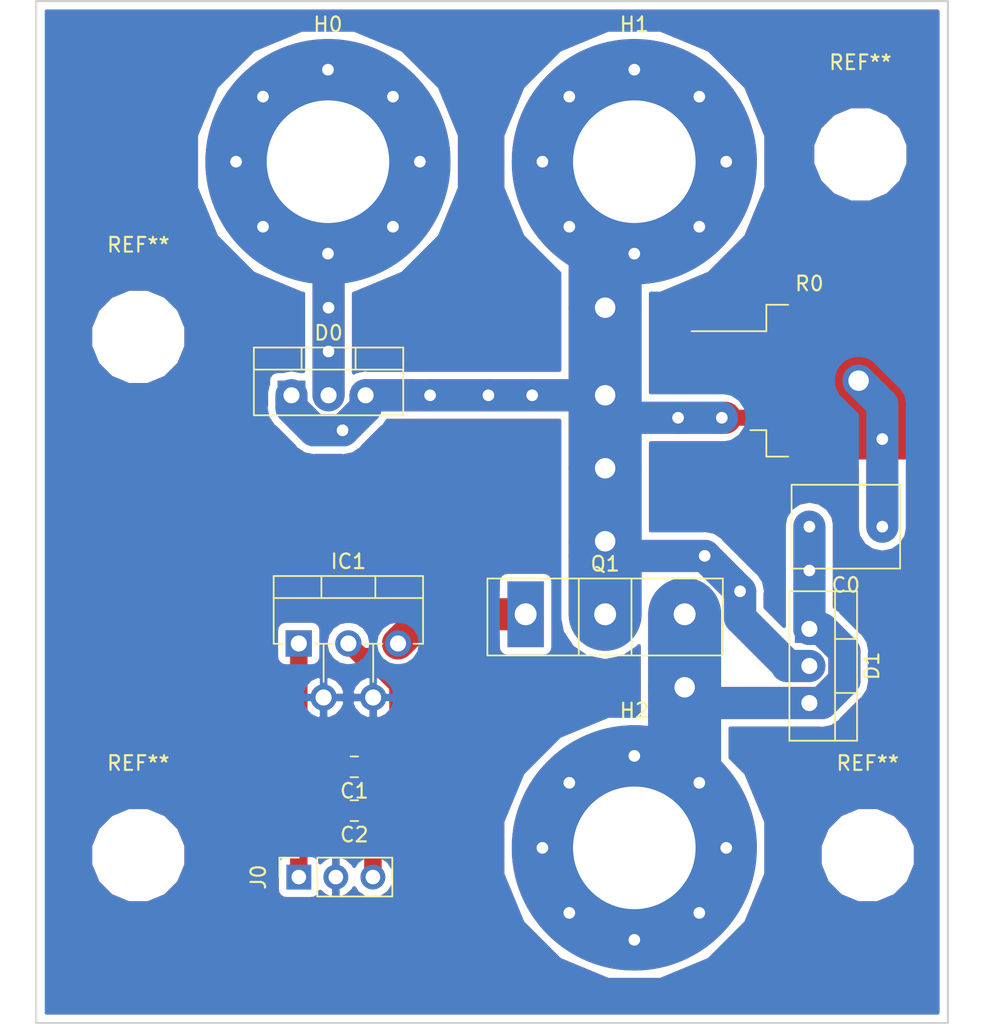
<source format=kicad_pcb>
(kicad_pcb (version 20171130) (host pcbnew 5.1.4)

  (general
    (thickness 1.6)
    (drawings 9)
    (tracks 113)
    (zones 0)
    (modules 16)
    (nets 9)
  )

  (page A4)
  (layers
    (0 F.Cu signal)
    (31 B.Cu signal)
    (32 B.Adhes user)
    (33 F.Adhes user)
    (34 B.Paste user)
    (35 F.Paste user)
    (36 B.SilkS user)
    (37 F.SilkS user)
    (38 B.Mask user)
    (39 F.Mask user)
    (40 Dwgs.User user)
    (41 Cmts.User user)
    (42 Eco1.User user)
    (43 Eco2.User user)
    (44 Edge.Cuts user)
    (45 Margin user)
    (46 B.CrtYd user)
    (47 F.CrtYd user)
    (48 B.Fab user)
    (49 F.Fab user)
  )

  (setup
    (last_trace_width 0.25)
    (user_trace_width 0.75)
    (user_trace_width 1.2)
    (user_trace_width 2.2)
    (user_trace_width 4)
    (user_trace_width 5)
    (trace_clearance 0.2)
    (zone_clearance 0.508)
    (zone_45_only no)
    (trace_min 0.2)
    (via_size 0.8)
    (via_drill 0.4)
    (via_min_size 0.4)
    (via_min_drill 0.3)
    (user_via 1 0.8)
    (user_via 2.2 1.4)
    (user_via 12 8)
    (user_via 16 8)
    (uvia_size 0.3)
    (uvia_drill 0.1)
    (uvias_allowed no)
    (uvia_min_size 0.2)
    (uvia_min_drill 0.1)
    (edge_width 0.15)
    (segment_width 0.2)
    (pcb_text_width 0.3)
    (pcb_text_size 1.5 1.5)
    (mod_edge_width 0.15)
    (mod_text_size 1 1)
    (mod_text_width 0.15)
    (pad_size 1.524 1.524)
    (pad_drill 0.762)
    (pad_to_mask_clearance 0.051)
    (solder_mask_min_width 0.25)
    (aux_axis_origin 0 0)
    (visible_elements 7FFFFFFF)
    (pcbplotparams
      (layerselection 0x010fc_ffffffff)
      (usegerberextensions false)
      (usegerberattributes false)
      (usegerberadvancedattributes false)
      (creategerberjobfile true)
      (excludeedgelayer true)
      (linewidth 0.100000)
      (plotframeref false)
      (viasonmask false)
      (mode 1)
      (useauxorigin false)
      (hpglpennumber 1)
      (hpglpenspeed 20)
      (hpglpendiameter 15.000000)
      (psnegative false)
      (psa4output false)
      (plotreference true)
      (plotvalue true)
      (plotinvisibletext false)
      (padsonsilk false)
      (subtractmaskfromsilk false)
      (outputformat 1)
      (mirror false)
      (drillshape 0)
      (scaleselection 1)
      (outputdirectory ""))
  )

  (net 0 "")
  (net 1 "Net-(C0-Pad1)")
  (net 2 "Net-(C0-Pad2)")
  (net 3 +15V)
  (net 4 GND)
  (net 5 "Net-(D0-Pad1)")
  (net 6 "Net-(D0-Pad2)")
  (net 7 Vin)
  (net 8 "Net-(IC1-Pad5)")

  (net_class Default "Ceci est la Netclass par défaut."
    (clearance 0.2)
    (trace_width 0.25)
    (via_dia 0.8)
    (via_drill 0.4)
    (uvia_dia 0.3)
    (uvia_drill 0.1)
    (add_net +15V)
    (add_net GND)
    (add_net "Net-(C0-Pad1)")
    (add_net "Net-(C0-Pad2)")
    (add_net "Net-(D0-Pad1)")
    (add_net "Net-(D0-Pad2)")
    (add_net "Net-(IC1-Pad5)")
    (add_net Vin)
  )

  (module Capacitor_THT:C_Rect_L7.2mm_W5.5mm_P5.00mm_FKS2_FKP2_MKS2_MKP2 (layer F.Cu) (tedit 5AE50EF0) (tstamp 5CC739C8)
    (at 70.5 53.5 180)
    (descr "C, Rect series, Radial, pin pitch=5.00mm, , length*width=7.2*5.5mm^2, Capacitor, http://www.wima.com/EN/WIMA_FKS_2.pdf")
    (tags "C Rect series Radial pin pitch 5.00mm  length 7.2mm width 5.5mm Capacitor")
    (path /5C8E3592)
    (fp_text reference C0 (at 2.5 -4 180) (layer F.SilkS)
      (effects (font (size 1 1) (thickness 0.15)))
    )
    (fp_text value 1u (at 2.5 4 180) (layer F.Fab)
      (effects (font (size 1 1) (thickness 0.15)))
    )
    (fp_line (start -1.1 -2.75) (end -1.1 2.75) (layer F.Fab) (width 0.1))
    (fp_line (start -1.1 2.75) (end 6.1 2.75) (layer F.Fab) (width 0.1))
    (fp_line (start 6.1 2.75) (end 6.1 -2.75) (layer F.Fab) (width 0.1))
    (fp_line (start 6.1 -2.75) (end -1.1 -2.75) (layer F.Fab) (width 0.1))
    (fp_line (start -1.22 -2.87) (end 6.22 -2.87) (layer F.SilkS) (width 0.12))
    (fp_line (start -1.22 2.87) (end 6.22 2.87) (layer F.SilkS) (width 0.12))
    (fp_line (start -1.22 -2.87) (end -1.22 2.87) (layer F.SilkS) (width 0.12))
    (fp_line (start 6.22 -2.87) (end 6.22 2.87) (layer F.SilkS) (width 0.12))
    (fp_line (start -1.35 -3) (end -1.35 3) (layer F.CrtYd) (width 0.05))
    (fp_line (start -1.35 3) (end 6.35 3) (layer F.CrtYd) (width 0.05))
    (fp_line (start 6.35 3) (end 6.35 -3) (layer F.CrtYd) (width 0.05))
    (fp_line (start 6.35 -3) (end -1.35 -3) (layer F.CrtYd) (width 0.05))
    (fp_text user %R (at 2.5 0 180) (layer F.Fab)
      (effects (font (size 1 1) (thickness 0.15)))
    )
    (pad 1 thru_hole circle (at 0 0 180) (size 1.6 1.6) (drill 0.8) (layers *.Cu *.Mask)
      (net 1 "Net-(C0-Pad1)"))
    (pad 2 thru_hole circle (at 5 0 180) (size 1.6 1.6) (drill 0.8) (layers *.Cu *.Mask)
      (net 2 "Net-(C0-Pad2)"))
    (model ${KISYS3DMOD}/Capacitor_THT.3dshapes/C_Rect_L7.2mm_W5.5mm_P5.00mm_FKS2_FKP2_MKS2_MKP2.wrl
      (at (xyz 0 0 0))
      (scale (xyz 1 1 1))
      (rotate (xyz 0 0 0))
    )
  )

  (module Capacitor_SMD:C_0805_2012Metric_Pad1.15x1.40mm_HandSolder (layer F.Cu) (tedit 5B36C52B) (tstamp 5CC739D9)
    (at 34.305216 69.95011 180)
    (descr "Capacitor SMD 0805 (2012 Metric), square (rectangular) end terminal, IPC_7351 nominal with elongated pad for handsoldering. (Body size source: https://docs.google.com/spreadsheets/d/1BsfQQcO9C6DZCsRaXUlFlo91Tg2WpOkGARC1WS5S8t0/edit?usp=sharing), generated with kicad-footprint-generator")
    (tags "capacitor handsolder")
    (path /5C8E9EC4)
    (attr smd)
    (fp_text reference C1 (at 0 -1.65 180) (layer F.SilkS)
      (effects (font (size 1 1) (thickness 0.15)))
    )
    (fp_text value 10u (at 0 1.65 180) (layer F.Fab)
      (effects (font (size 1 1) (thickness 0.15)))
    )
    (fp_line (start -1 0.6) (end -1 -0.6) (layer F.Fab) (width 0.1))
    (fp_line (start -1 -0.6) (end 1 -0.6) (layer F.Fab) (width 0.1))
    (fp_line (start 1 -0.6) (end 1 0.6) (layer F.Fab) (width 0.1))
    (fp_line (start 1 0.6) (end -1 0.6) (layer F.Fab) (width 0.1))
    (fp_line (start -0.261252 -0.71) (end 0.261252 -0.71) (layer F.SilkS) (width 0.12))
    (fp_line (start -0.261252 0.71) (end 0.261252 0.71) (layer F.SilkS) (width 0.12))
    (fp_line (start -1.85 0.95) (end -1.85 -0.95) (layer F.CrtYd) (width 0.05))
    (fp_line (start -1.85 -0.95) (end 1.85 -0.95) (layer F.CrtYd) (width 0.05))
    (fp_line (start 1.85 -0.95) (end 1.85 0.95) (layer F.CrtYd) (width 0.05))
    (fp_line (start 1.85 0.95) (end -1.85 0.95) (layer F.CrtYd) (width 0.05))
    (fp_text user %R (at 0 0 180) (layer F.Fab)
      (effects (font (size 0.5 0.5) (thickness 0.08)))
    )
    (pad 1 smd roundrect (at -1.025 0 180) (size 1.15 1.4) (layers F.Cu F.Paste F.Mask) (roundrect_rratio 0.217391)
      (net 3 +15V))
    (pad 2 smd roundrect (at 1.025 0 180) (size 1.15 1.4) (layers F.Cu F.Paste F.Mask) (roundrect_rratio 0.217391)
      (net 4 GND))
    (model ${KISYS3DMOD}/Capacitor_SMD.3dshapes/C_0805_2012Metric.wrl
      (at (xyz 0 0 0))
      (scale (xyz 1 1 1))
      (rotate (xyz 0 0 0))
    )
  )

  (module Capacitor_SMD:C_0805_2012Metric_Pad1.15x1.40mm_HandSolder (layer F.Cu) (tedit 5B36C52B) (tstamp 5CC739EA)
    (at 34.305216 72.95011 180)
    (descr "Capacitor SMD 0805 (2012 Metric), square (rectangular) end terminal, IPC_7351 nominal with elongated pad for handsoldering. (Body size source: https://docs.google.com/spreadsheets/d/1BsfQQcO9C6DZCsRaXUlFlo91Tg2WpOkGARC1WS5S8t0/edit?usp=sharing), generated with kicad-footprint-generator")
    (tags "capacitor handsolder")
    (path /5C940734)
    (attr smd)
    (fp_text reference C2 (at 0 -1.65 180) (layer F.SilkS)
      (effects (font (size 1 1) (thickness 0.15)))
    )
    (fp_text value 10u (at 0 1.65 180) (layer F.Fab)
      (effects (font (size 1 1) (thickness 0.15)))
    )
    (fp_text user %R (at 0 0 180) (layer F.Fab)
      (effects (font (size 0.5 0.5) (thickness 0.08)))
    )
    (fp_line (start 1.85 0.95) (end -1.85 0.95) (layer F.CrtYd) (width 0.05))
    (fp_line (start 1.85 -0.95) (end 1.85 0.95) (layer F.CrtYd) (width 0.05))
    (fp_line (start -1.85 -0.95) (end 1.85 -0.95) (layer F.CrtYd) (width 0.05))
    (fp_line (start -1.85 0.95) (end -1.85 -0.95) (layer F.CrtYd) (width 0.05))
    (fp_line (start -0.261252 0.71) (end 0.261252 0.71) (layer F.SilkS) (width 0.12))
    (fp_line (start -0.261252 -0.71) (end 0.261252 -0.71) (layer F.SilkS) (width 0.12))
    (fp_line (start 1 0.6) (end -1 0.6) (layer F.Fab) (width 0.1))
    (fp_line (start 1 -0.6) (end 1 0.6) (layer F.Fab) (width 0.1))
    (fp_line (start -1 -0.6) (end 1 -0.6) (layer F.Fab) (width 0.1))
    (fp_line (start -1 0.6) (end -1 -0.6) (layer F.Fab) (width 0.1))
    (pad 2 smd roundrect (at 1.025 0 180) (size 1.15 1.4) (layers F.Cu F.Paste F.Mask) (roundrect_rratio 0.217391)
      (net 4 GND))
    (pad 1 smd roundrect (at -1.025 0 180) (size 1.15 1.4) (layers F.Cu F.Paste F.Mask) (roundrect_rratio 0.217391)
      (net 3 +15V))
    (model ${KISYS3DMOD}/Capacitor_SMD.3dshapes/C_0805_2012Metric.wrl
      (at (xyz 0 0 0))
      (scale (xyz 1 1 1))
      (rotate (xyz 0 0 0))
    )
  )

  (module Package_TO_SOT_THT:TO-220-3_Vertical (layer F.Cu) (tedit 5AC8BA0D) (tstamp 5CC73A04)
    (at 30 44.5)
    (descr "TO-220-3, Vertical, RM 2.54mm, see https://www.vishay.com/docs/66542/to-220-1.pdf")
    (tags "TO-220-3 Vertical RM 2.54mm")
    (path /5C944CC9)
    (fp_text reference D0 (at 2.54 -4.27) (layer F.SilkS)
      (effects (font (size 1 1) (thickness 0.15)))
    )
    (fp_text value D_Schottky_AKA (at 2.54 2.5) (layer F.Fab)
      (effects (font (size 1 1) (thickness 0.15)))
    )
    (fp_text user %R (at 2.54 -4.27) (layer F.Fab)
      (effects (font (size 1 1) (thickness 0.15)))
    )
    (fp_line (start 7.79 -3.4) (end -2.71 -3.4) (layer F.CrtYd) (width 0.05))
    (fp_line (start 7.79 1.51) (end 7.79 -3.4) (layer F.CrtYd) (width 0.05))
    (fp_line (start -2.71 1.51) (end 7.79 1.51) (layer F.CrtYd) (width 0.05))
    (fp_line (start -2.71 -3.4) (end -2.71 1.51) (layer F.CrtYd) (width 0.05))
    (fp_line (start 4.391 -3.27) (end 4.391 -1.76) (layer F.SilkS) (width 0.12))
    (fp_line (start 0.69 -3.27) (end 0.69 -1.76) (layer F.SilkS) (width 0.12))
    (fp_line (start -2.58 -1.76) (end 7.66 -1.76) (layer F.SilkS) (width 0.12))
    (fp_line (start 7.66 -3.27) (end 7.66 1.371) (layer F.SilkS) (width 0.12))
    (fp_line (start -2.58 -3.27) (end -2.58 1.371) (layer F.SilkS) (width 0.12))
    (fp_line (start -2.58 1.371) (end 7.66 1.371) (layer F.SilkS) (width 0.12))
    (fp_line (start -2.58 -3.27) (end 7.66 -3.27) (layer F.SilkS) (width 0.12))
    (fp_line (start 4.39 -3.15) (end 4.39 -1.88) (layer F.Fab) (width 0.1))
    (fp_line (start 0.69 -3.15) (end 0.69 -1.88) (layer F.Fab) (width 0.1))
    (fp_line (start -2.46 -1.88) (end 7.54 -1.88) (layer F.Fab) (width 0.1))
    (fp_line (start 7.54 -3.15) (end -2.46 -3.15) (layer F.Fab) (width 0.1))
    (fp_line (start 7.54 1.25) (end 7.54 -3.15) (layer F.Fab) (width 0.1))
    (fp_line (start -2.46 1.25) (end 7.54 1.25) (layer F.Fab) (width 0.1))
    (fp_line (start -2.46 -3.15) (end -2.46 1.25) (layer F.Fab) (width 0.1))
    (pad 3 thru_hole oval (at 5.08 0) (size 1.905 2) (drill 1.1) (layers *.Cu *.Mask)
      (net 5 "Net-(D0-Pad1)"))
    (pad 2 thru_hole oval (at 2.54 0) (size 1.905 2) (drill 1.1) (layers *.Cu *.Mask)
      (net 6 "Net-(D0-Pad2)"))
    (pad 1 thru_hole rect (at 0 0) (size 1.905 2) (drill 1.1) (layers *.Cu *.Mask)
      (net 5 "Net-(D0-Pad1)"))
    (model ${KISYS3DMOD}/Package_TO_SOT_THT.3dshapes/TO-220-3_Vertical.wrl
      (at (xyz 0 0 0))
      (scale (xyz 1 1 1))
      (rotate (xyz 0 0 0))
    )
  )

  (module Package_TO_SOT_THT:TO-220-3_Vertical (layer F.Cu) (tedit 5AC8BA0D) (tstamp 5CC73A1E)
    (at 65.5 60.5 270)
    (descr "TO-220-3, Vertical, RM 2.54mm, see https://www.vishay.com/docs/66542/to-220-1.pdf")
    (tags "TO-220-3 Vertical RM 2.54mm")
    (path /5C943863)
    (fp_text reference D1 (at 2.54 -4.27 270) (layer F.SilkS)
      (effects (font (size 1 1) (thickness 0.15)))
    )
    (fp_text value D_Schottky_AKA (at 2.54 2.5 270) (layer F.Fab)
      (effects (font (size 1 1) (thickness 0.15)))
    )
    (fp_line (start -2.46 -3.15) (end -2.46 1.25) (layer F.Fab) (width 0.1))
    (fp_line (start -2.46 1.25) (end 7.54 1.25) (layer F.Fab) (width 0.1))
    (fp_line (start 7.54 1.25) (end 7.54 -3.15) (layer F.Fab) (width 0.1))
    (fp_line (start 7.54 -3.15) (end -2.46 -3.15) (layer F.Fab) (width 0.1))
    (fp_line (start -2.46 -1.88) (end 7.54 -1.88) (layer F.Fab) (width 0.1))
    (fp_line (start 0.69 -3.15) (end 0.69 -1.88) (layer F.Fab) (width 0.1))
    (fp_line (start 4.39 -3.15) (end 4.39 -1.88) (layer F.Fab) (width 0.1))
    (fp_line (start -2.58 -3.27) (end 7.66 -3.27) (layer F.SilkS) (width 0.12))
    (fp_line (start -2.58 1.371) (end 7.66 1.371) (layer F.SilkS) (width 0.12))
    (fp_line (start -2.58 -3.27) (end -2.58 1.371) (layer F.SilkS) (width 0.12))
    (fp_line (start 7.66 -3.27) (end 7.66 1.371) (layer F.SilkS) (width 0.12))
    (fp_line (start -2.58 -1.76) (end 7.66 -1.76) (layer F.SilkS) (width 0.12))
    (fp_line (start 0.69 -3.27) (end 0.69 -1.76) (layer F.SilkS) (width 0.12))
    (fp_line (start 4.391 -3.27) (end 4.391 -1.76) (layer F.SilkS) (width 0.12))
    (fp_line (start -2.71 -3.4) (end -2.71 1.51) (layer F.CrtYd) (width 0.05))
    (fp_line (start -2.71 1.51) (end 7.79 1.51) (layer F.CrtYd) (width 0.05))
    (fp_line (start 7.79 1.51) (end 7.79 -3.4) (layer F.CrtYd) (width 0.05))
    (fp_line (start 7.79 -3.4) (end -2.71 -3.4) (layer F.CrtYd) (width 0.05))
    (fp_text user %R (at 2.54 -4.27 270) (layer F.Fab)
      (effects (font (size 1 1) (thickness 0.15)))
    )
    (pad 1 thru_hole rect (at 0 0 270) (size 1.905 2) (drill 1.1) (layers *.Cu *.Mask)
      (net 2 "Net-(C0-Pad2)"))
    (pad 2 thru_hole oval (at 2.54 0 270) (size 1.905 2) (drill 1.1) (layers *.Cu *.Mask)
      (net 5 "Net-(D0-Pad1)"))
    (pad 3 thru_hole oval (at 5.08 0 270) (size 1.905 2) (drill 1.1) (layers *.Cu *.Mask)
      (net 2 "Net-(C0-Pad2)"))
    (model ${KISYS3DMOD}/Package_TO_SOT_THT.3dshapes/TO-220-3_Vertical.wrl
      (at (xyz 0 0 0))
      (scale (xyz 1 1 1))
      (rotate (xyz 0 0 0))
    )
  )

  (module MountingHole:MountingHole_8.4mm_M8_Pad_Via (layer F.Cu) (tedit 56DDC8DB) (tstamp 5CC73A2E)
    (at 32.5 28.5)
    (descr "Mounting Hole 8.4mm, M8")
    (tags "mounting hole 8.4mm m8")
    (path /5CA3A220)
    (attr virtual)
    (fp_text reference H0 (at 0 -9.4) (layer F.SilkS)
      (effects (font (size 1 1) (thickness 0.15)))
    )
    (fp_text value MountingHole_Pad (at 0 9.4) (layer F.Fab)
      (effects (font (size 1 1) (thickness 0.15)))
    )
    (fp_text user %R (at 0.3 0) (layer F.Fab)
      (effects (font (size 1 1) (thickness 0.15)))
    )
    (fp_circle (center 0 0) (end 8.4 0) (layer Cmts.User) (width 0.15))
    (fp_circle (center 0 0) (end 8.65 0) (layer F.CrtYd) (width 0.05))
    (pad 1 thru_hole circle (at 0 0) (size 16.8 16.8) (drill 8.4) (layers *.Cu *.Mask)
      (net 6 "Net-(D0-Pad2)"))
    (pad 1 thru_hole circle (at 6.3 0) (size 1.1 1.1) (drill 0.8) (layers *.Cu *.Mask)
      (net 6 "Net-(D0-Pad2)"))
    (pad 1 thru_hole circle (at 4.454773 4.454773) (size 1.1 1.1) (drill 0.8) (layers *.Cu *.Mask)
      (net 6 "Net-(D0-Pad2)"))
    (pad 1 thru_hole circle (at 0 6.3) (size 1.1 1.1) (drill 0.8) (layers *.Cu *.Mask)
      (net 6 "Net-(D0-Pad2)"))
    (pad 1 thru_hole circle (at -4.454773 4.454773) (size 1.1 1.1) (drill 0.8) (layers *.Cu *.Mask)
      (net 6 "Net-(D0-Pad2)"))
    (pad 1 thru_hole circle (at -6.3 0) (size 1.1 1.1) (drill 0.8) (layers *.Cu *.Mask)
      (net 6 "Net-(D0-Pad2)"))
    (pad 1 thru_hole circle (at -4.454773 -4.454773) (size 1.1 1.1) (drill 0.8) (layers *.Cu *.Mask)
      (net 6 "Net-(D0-Pad2)"))
    (pad 1 thru_hole circle (at 0 -6.3) (size 1.1 1.1) (drill 0.8) (layers *.Cu *.Mask)
      (net 6 "Net-(D0-Pad2)"))
    (pad 1 thru_hole circle (at 4.454773 -4.454773) (size 1.1 1.1) (drill 0.8) (layers *.Cu *.Mask)
      (net 6 "Net-(D0-Pad2)"))
  )

  (module MountingHole:MountingHole_8.4mm_M8_Pad_Via (layer F.Cu) (tedit 56DDC8DB) (tstamp 5CC73A3E)
    (at 53.5 28.5)
    (descr "Mounting Hole 8.4mm, M8")
    (tags "mounting hole 8.4mm m8")
    (path /5CA3A43B)
    (attr virtual)
    (fp_text reference H1 (at 0 -9.4) (layer F.SilkS)
      (effects (font (size 1 1) (thickness 0.15)))
    )
    (fp_text value MountingHole_Pad (at 0 9.4) (layer F.Fab)
      (effects (font (size 1 1) (thickness 0.15)))
    )
    (fp_circle (center 0 0) (end 8.65 0) (layer F.CrtYd) (width 0.05))
    (fp_circle (center 0 0) (end 8.4 0) (layer Cmts.User) (width 0.15))
    (fp_text user %R (at 0.3 0) (layer F.Fab)
      (effects (font (size 1 1) (thickness 0.15)))
    )
    (pad 1 thru_hole circle (at 4.454773 -4.454773) (size 1.1 1.1) (drill 0.8) (layers *.Cu *.Mask)
      (net 5 "Net-(D0-Pad1)"))
    (pad 1 thru_hole circle (at 0 -6.3) (size 1.1 1.1) (drill 0.8) (layers *.Cu *.Mask)
      (net 5 "Net-(D0-Pad1)"))
    (pad 1 thru_hole circle (at -4.454773 -4.454773) (size 1.1 1.1) (drill 0.8) (layers *.Cu *.Mask)
      (net 5 "Net-(D0-Pad1)"))
    (pad 1 thru_hole circle (at -6.3 0) (size 1.1 1.1) (drill 0.8) (layers *.Cu *.Mask)
      (net 5 "Net-(D0-Pad1)"))
    (pad 1 thru_hole circle (at -4.454773 4.454773) (size 1.1 1.1) (drill 0.8) (layers *.Cu *.Mask)
      (net 5 "Net-(D0-Pad1)"))
    (pad 1 thru_hole circle (at 0 6.3) (size 1.1 1.1) (drill 0.8) (layers *.Cu *.Mask)
      (net 5 "Net-(D0-Pad1)"))
    (pad 1 thru_hole circle (at 4.454773 4.454773) (size 1.1 1.1) (drill 0.8) (layers *.Cu *.Mask)
      (net 5 "Net-(D0-Pad1)"))
    (pad 1 thru_hole circle (at 6.3 0) (size 1.1 1.1) (drill 0.8) (layers *.Cu *.Mask)
      (net 5 "Net-(D0-Pad1)"))
    (pad 1 thru_hole circle (at 0 0) (size 16.8 16.8) (drill 8.4) (layers *.Cu *.Mask)
      (net 5 "Net-(D0-Pad1)"))
  )

  (module MountingHole:MountingHole_8.4mm_M8_Pad_Via (layer F.Cu) (tedit 56DDC8DB) (tstamp 5CC73A4E)
    (at 53.5 75.5)
    (descr "Mounting Hole 8.4mm, M8")
    (tags "mounting hole 8.4mm m8")
    (path /5CA3AC31)
    (attr virtual)
    (fp_text reference H2 (at 0 -9.4) (layer F.SilkS)
      (effects (font (size 1 1) (thickness 0.15)))
    )
    (fp_text value MountingHole_Pad (at 0 9.4) (layer F.Fab)
      (effects (font (size 1 1) (thickness 0.15)))
    )
    (fp_text user %R (at 0.3 0) (layer F.Fab)
      (effects (font (size 1 1) (thickness 0.15)))
    )
    (fp_circle (center 0 0) (end 8.4 0) (layer Cmts.User) (width 0.15))
    (fp_circle (center 0 0) (end 8.65 0) (layer F.CrtYd) (width 0.05))
    (pad 1 thru_hole circle (at 0 0) (size 16.8 16.8) (drill 8.4) (layers *.Cu *.Mask)
      (net 2 "Net-(C0-Pad2)"))
    (pad 1 thru_hole circle (at 6.3 0) (size 1.1 1.1) (drill 0.8) (layers *.Cu *.Mask)
      (net 2 "Net-(C0-Pad2)"))
    (pad 1 thru_hole circle (at 4.454773 4.454773) (size 1.1 1.1) (drill 0.8) (layers *.Cu *.Mask)
      (net 2 "Net-(C0-Pad2)"))
    (pad 1 thru_hole circle (at 0 6.3) (size 1.1 1.1) (drill 0.8) (layers *.Cu *.Mask)
      (net 2 "Net-(C0-Pad2)"))
    (pad 1 thru_hole circle (at -4.454773 4.454773) (size 1.1 1.1) (drill 0.8) (layers *.Cu *.Mask)
      (net 2 "Net-(C0-Pad2)"))
    (pad 1 thru_hole circle (at -6.3 0) (size 1.1 1.1) (drill 0.8) (layers *.Cu *.Mask)
      (net 2 "Net-(C0-Pad2)"))
    (pad 1 thru_hole circle (at -4.454773 -4.454773) (size 1.1 1.1) (drill 0.8) (layers *.Cu *.Mask)
      (net 2 "Net-(C0-Pad2)"))
    (pad 1 thru_hole circle (at 0 -6.3) (size 1.1 1.1) (drill 0.8) (layers *.Cu *.Mask)
      (net 2 "Net-(C0-Pad2)"))
    (pad 1 thru_hole circle (at 4.454773 -4.454773) (size 1.1 1.1) (drill 0.8) (layers *.Cu *.Mask)
      (net 2 "Net-(C0-Pad2)"))
  )

  (module Package_TO_SOT_THT:TO-220-5_P3.4x3.7mm_StaggerEven_Lead3.8mm_Vertical (layer F.Cu) (tedit 5AF05A31) (tstamp 5CC73A74)
    (at 30.5 61.5)
    (descr "TO-220-5, Vertical, RM 1.7mm, Pentawatt, Multiwatt-5, staggered type-2, see http://www.analog.com/media/en/package-pcb-resources/package/pkg_pdf/ltc-legacy-to-220/to-220_5_05-08-1421.pdf?domain=www.linear.com, https://www.diodes.com/assets/Package-Files/TO220-5.pdf")
    (tags "TO-220-5 Vertical RM 1.7mm Pentawatt Multiwatt-5 staggered type-2")
    (path /5C8E7176)
    (fp_text reference IC1 (at 3.4 -5.62) (layer F.SilkS)
      (effects (font (size 1 1) (thickness 0.15)))
    )
    (fp_text value TC4421AVAT (at 3 -6) (layer F.Fab)
      (effects (font (size 1 1) (thickness 0.15)))
    )
    (fp_line (start -1.6 -4.5) (end -1.6 -0.1) (layer F.Fab) (width 0.1))
    (fp_line (start -1.6 -0.1) (end 8.4 -0.1) (layer F.Fab) (width 0.1))
    (fp_line (start 8.4 -0.1) (end 8.4 -4.5) (layer F.Fab) (width 0.1))
    (fp_line (start 8.4 -4.5) (end -1.6 -4.5) (layer F.Fab) (width 0.1))
    (fp_line (start -1.6 -3.23) (end 8.4 -3.23) (layer F.Fab) (width 0.1))
    (fp_line (start 1.55 -4.5) (end 1.55 -3.23) (layer F.Fab) (width 0.1))
    (fp_line (start 5.25 -4.5) (end 5.25 -3.23) (layer F.Fab) (width 0.1))
    (fp_line (start 0 -0.1) (end 0 0) (layer F.Fab) (width 0.1))
    (fp_line (start 1.7 -0.1) (end 1.7 3.7) (layer F.Fab) (width 0.1))
    (fp_line (start 3.4 -0.1) (end 3.4 0) (layer F.Fab) (width 0.1))
    (fp_line (start 5.1 -0.1) (end 5.1 3.7) (layer F.Fab) (width 0.1))
    (fp_line (start 6.8 -0.1) (end 6.8 0) (layer F.Fab) (width 0.1))
    (fp_line (start -1.721 -4.62) (end 8.52 -4.62) (layer F.SilkS) (width 0.12))
    (fp_line (start -1.721 0.021) (end -1.05 0.021) (layer F.SilkS) (width 0.12))
    (fp_line (start 1.05 0.021) (end 2.335 0.021) (layer F.SilkS) (width 0.12))
    (fp_line (start 4.465 0.021) (end 5.735 0.021) (layer F.SilkS) (width 0.12))
    (fp_line (start 7.865 0.021) (end 8.52 0.021) (layer F.SilkS) (width 0.12))
    (fp_line (start -1.721 -4.62) (end -1.721 0.021) (layer F.SilkS) (width 0.12))
    (fp_line (start 8.52 -4.62) (end 8.52 0.021) (layer F.SilkS) (width 0.12))
    (fp_line (start -1.721 -3.111) (end 8.52 -3.111) (layer F.SilkS) (width 0.12))
    (fp_line (start 1.55 -4.62) (end 1.55 -3.111) (layer F.SilkS) (width 0.12))
    (fp_line (start 5.25 -4.62) (end 5.25 -3.111) (layer F.SilkS) (width 0.12))
    (fp_line (start 1.7 0.021) (end 1.7 2.635) (layer F.SilkS) (width 0.12))
    (fp_line (start 5.1 0.021) (end 5.1 2.635) (layer F.SilkS) (width 0.12))
    (fp_line (start -1.85 -4.75) (end -1.85 4.85) (layer F.CrtYd) (width 0.05))
    (fp_line (start -1.85 4.85) (end 8.65 4.85) (layer F.CrtYd) (width 0.05))
    (fp_line (start 8.65 4.85) (end 8.65 -4.75) (layer F.CrtYd) (width 0.05))
    (fp_line (start 8.65 -4.75) (end -1.85 -4.75) (layer F.CrtYd) (width 0.05))
    (fp_text user %R (at 3.4 -5.62) (layer F.Fab)
      (effects (font (size 1 1) (thickness 0.15)))
    )
    (pad 1 thru_hole rect (at 0 0) (size 1.8 1.8) (drill 1.1) (layers *.Cu *.Mask)
      (net 7 Vin))
    (pad 2 thru_hole oval (at 1.7 3.7) (size 1.8 1.8) (drill 1.1) (layers *.Cu *.Mask)
      (net 4 GND))
    (pad 3 thru_hole oval (at 3.4 0) (size 1.8 1.8) (drill 1.1) (layers *.Cu *.Mask)
      (net 3 +15V))
    (pad 4 thru_hole oval (at 5.1 3.7) (size 1.8 1.8) (drill 1.1) (layers *.Cu *.Mask)
      (net 4 GND))
    (pad 5 thru_hole oval (at 6.8 0) (size 1.8 1.8) (drill 1.1) (layers *.Cu *.Mask)
      (net 8 "Net-(IC1-Pad5)"))
    (model ${KISYS3DMOD}/Package_TO_SOT_THT.3dshapes/TO-220-5_P3.4x3.7mm_StaggerEven_Lead3.8mm_Vertical.wrl
      (at (xyz 0 0 0))
      (scale (xyz 1 1 1))
      (rotate (xyz 0 0 0))
    )
  )

  (module Connector_PinSocket_2.54mm:PinSocket_1x03_P2.54mm_Vertical (layer F.Cu) (tedit 5A19A429) (tstamp 5CC73A8B)
    (at 30.5 77.5 90)
    (descr "Through hole straight socket strip, 1x03, 2.54mm pitch, single row (from Kicad 4.0.7), script generated")
    (tags "Through hole socket strip THT 1x03 2.54mm single row")
    (path /5C8ECE89)
    (fp_text reference J0 (at 0 -2.77 90) (layer F.SilkS)
      (effects (font (size 1 1) (thickness 0.15)))
    )
    (fp_text value Conn_01x03_Male (at 0 7.85 90) (layer F.Fab)
      (effects (font (size 1 1) (thickness 0.15)))
    )
    (fp_line (start -1.27 -1.27) (end 0.635 -1.27) (layer F.Fab) (width 0.1))
    (fp_line (start 0.635 -1.27) (end 1.27 -0.635) (layer F.Fab) (width 0.1))
    (fp_line (start 1.27 -0.635) (end 1.27 6.35) (layer F.Fab) (width 0.1))
    (fp_line (start 1.27 6.35) (end -1.27 6.35) (layer F.Fab) (width 0.1))
    (fp_line (start -1.27 6.35) (end -1.27 -1.27) (layer F.Fab) (width 0.1))
    (fp_line (start -1.33 1.27) (end 1.33 1.27) (layer F.SilkS) (width 0.12))
    (fp_line (start -1.33 1.27) (end -1.33 6.41) (layer F.SilkS) (width 0.12))
    (fp_line (start -1.33 6.41) (end 1.33 6.41) (layer F.SilkS) (width 0.12))
    (fp_line (start 1.33 1.27) (end 1.33 6.41) (layer F.SilkS) (width 0.12))
    (fp_line (start 1.33 -1.33) (end 1.33 0) (layer F.SilkS) (width 0.12))
    (fp_line (start 0 -1.33) (end 1.33 -1.33) (layer F.SilkS) (width 0.12))
    (fp_line (start -1.8 -1.8) (end 1.75 -1.8) (layer F.CrtYd) (width 0.05))
    (fp_line (start 1.75 -1.8) (end 1.75 6.85) (layer F.CrtYd) (width 0.05))
    (fp_line (start 1.75 6.85) (end -1.8 6.85) (layer F.CrtYd) (width 0.05))
    (fp_line (start -1.8 6.85) (end -1.8 -1.8) (layer F.CrtYd) (width 0.05))
    (fp_text user %R (at 0 2.54 180) (layer F.Fab)
      (effects (font (size 1 1) (thickness 0.15)))
    )
    (pad 1 thru_hole rect (at 0 0 90) (size 1.7 1.7) (drill 1) (layers *.Cu *.Mask)
      (net 7 Vin))
    (pad 2 thru_hole oval (at 0 2.54 90) (size 1.7 1.7) (drill 1) (layers *.Cu *.Mask)
      (net 4 GND))
    (pad 3 thru_hole oval (at 0 5.08 90) (size 1.7 1.7) (drill 1) (layers *.Cu *.Mask)
      (net 3 +15V))
    (model ${KISYS3DMOD}/Connector_PinSocket_2.54mm.3dshapes/PinSocket_1x03_P2.54mm_Vertical.wrl
      (at (xyz 0 0 0))
      (scale (xyz 1 1 1))
      (rotate (xyz 0 0 0))
    )
  )

  (module Package_TO_SOT_THT:TO-247-3_Vertical (layer F.Cu) (tedit 5AC86DC3) (tstamp 5CC73AA3)
    (at 46.05 59.5)
    (descr "TO-247-3, Vertical, RM 5.45mm, see https://toshiba.semicon-storage.com/us/product/mosfet/to-247-4l.html")
    (tags "TO-247-3 Vertical RM 5.45mm")
    (path /5C8E6AA9)
    (fp_text reference Q1 (at 5.45 -3.45) (layer F.SilkS)
      (effects (font (size 1 1) (thickness 0.15)))
    )
    (fp_text value IRFP4468PBF (at 5.45 3.95) (layer F.Fab)
      (effects (font (size 1 1) (thickness 0.15)))
    )
    (fp_line (start -2.5 -2.33) (end -2.5 2.7) (layer F.Fab) (width 0.1))
    (fp_line (start -2.5 2.7) (end 13.4 2.7) (layer F.Fab) (width 0.1))
    (fp_line (start 13.4 2.7) (end 13.4 -2.33) (layer F.Fab) (width 0.1))
    (fp_line (start 13.4 -2.33) (end -2.5 -2.33) (layer F.Fab) (width 0.1))
    (fp_line (start 3.645 -2.33) (end 3.645 2.7) (layer F.Fab) (width 0.1))
    (fp_line (start 7.255 -2.33) (end 7.255 2.7) (layer F.Fab) (width 0.1))
    (fp_line (start -2.62 -2.451) (end 13.52 -2.451) (layer F.SilkS) (width 0.12))
    (fp_line (start -2.62 2.82) (end 13.52 2.82) (layer F.SilkS) (width 0.12))
    (fp_line (start -2.62 -2.451) (end -2.62 2.82) (layer F.SilkS) (width 0.12))
    (fp_line (start 13.52 -2.451) (end 13.52 2.82) (layer F.SilkS) (width 0.12))
    (fp_line (start 3.646 -2.451) (end 3.646 2.82) (layer F.SilkS) (width 0.12))
    (fp_line (start 7.255 -2.451) (end 7.255 2.82) (layer F.SilkS) (width 0.12))
    (fp_line (start -2.75 -2.59) (end -2.75 2.95) (layer F.CrtYd) (width 0.05))
    (fp_line (start -2.75 2.95) (end 13.65 2.95) (layer F.CrtYd) (width 0.05))
    (fp_line (start 13.65 2.95) (end 13.65 -2.59) (layer F.CrtYd) (width 0.05))
    (fp_line (start 13.65 -2.59) (end -2.75 -2.59) (layer F.CrtYd) (width 0.05))
    (fp_text user %R (at 5.45 -3.45) (layer F.Fab)
      (effects (font (size 1 1) (thickness 0.15)))
    )
    (pad 1 thru_hole rect (at 0 0) (size 2.5 4.5) (drill 1.5) (layers *.Cu *.Mask)
      (net 8 "Net-(IC1-Pad5)"))
    (pad 2 thru_hole oval (at 5.45 0) (size 2.5 4.5) (drill 1.5) (layers *.Cu *.Mask)
      (net 5 "Net-(D0-Pad1)"))
    (pad 3 thru_hole oval (at 10.9 0) (size 2.5 4.5) (drill 1.5) (layers *.Cu *.Mask)
      (net 2 "Net-(C0-Pad2)"))
    (model ${KISYS3DMOD}/Package_TO_SOT_THT.3dshapes/TO-247-3_Vertical.wrl
      (at (xyz 0 0 0))
      (scale (xyz 1 1 1))
      (rotate (xyz 0 0 0))
    )
  )

  (module Package_TO_SOT_SMD:TO-263-2_TabPin1 (layer F.Cu) (tedit 5A70FB7B) (tstamp 5CC73AC7)
    (at 65.5 43.5)
    (descr "TO-263 / D2PAK / DDPAK SMD package, tab to pin 1, https://www.wolfspeed.com/media/downloads/137/C3D06060G.pdf")
    (tags "D2PAK DDPAK TO-263 D2PAK-3 TO-263-3 SOT-404 diode")
    (path /5C8E351D)
    (attr smd)
    (fp_text reference R0 (at 0 -6.65) (layer F.SilkS)
      (effects (font (size 1 1) (thickness 0.15)))
    )
    (fp_text value 50 (at 0 6.65) (layer F.Fab)
      (effects (font (size 1 1) (thickness 0.15)))
    )
    (fp_line (start 6.5 -5) (end 7.5 -5) (layer F.Fab) (width 0.1))
    (fp_line (start 7.5 -5) (end 7.5 5) (layer F.Fab) (width 0.1))
    (fp_line (start 7.5 5) (end 6.5 5) (layer F.Fab) (width 0.1))
    (fp_line (start 6.5 -5) (end 6.5 5) (layer F.Fab) (width 0.1))
    (fp_line (start 6.5 5) (end -2.75 5) (layer F.Fab) (width 0.1))
    (fp_line (start -2.75 5) (end -2.75 -4) (layer F.Fab) (width 0.1))
    (fp_line (start -2.75 -4) (end -1.75 -5) (layer F.Fab) (width 0.1))
    (fp_line (start -1.75 -5) (end 6.5 -5) (layer F.Fab) (width 0.1))
    (fp_line (start -2.75 -3.04) (end -7.45 -3.04) (layer F.Fab) (width 0.1))
    (fp_line (start -7.45 -3.04) (end -7.45 -2.04) (layer F.Fab) (width 0.1))
    (fp_line (start -7.45 -2.04) (end -2.75 -2.04) (layer F.Fab) (width 0.1))
    (fp_line (start -2.75 2.04) (end -7.45 2.04) (layer F.Fab) (width 0.1))
    (fp_line (start -7.45 2.04) (end -7.45 3.04) (layer F.Fab) (width 0.1))
    (fp_line (start -7.45 3.04) (end -2.75 3.04) (layer F.Fab) (width 0.1))
    (fp_line (start -1.45 -5.2) (end -2.95 -5.2) (layer F.SilkS) (width 0.12))
    (fp_line (start -2.95 -5.2) (end -2.95 -3.39) (layer F.SilkS) (width 0.12))
    (fp_line (start -2.95 -3.39) (end -8.075 -3.39) (layer F.SilkS) (width 0.12))
    (fp_line (start -1.45 5.2) (end -2.95 5.2) (layer F.SilkS) (width 0.12))
    (fp_line (start -2.95 5.2) (end -2.95 3.39) (layer F.SilkS) (width 0.12))
    (fp_line (start -2.95 3.39) (end -4.05 3.39) (layer F.SilkS) (width 0.12))
    (fp_line (start -8.32 -5.65) (end -8.32 5.65) (layer F.CrtYd) (width 0.05))
    (fp_line (start -8.32 5.65) (end 8.32 5.65) (layer F.CrtYd) (width 0.05))
    (fp_line (start 8.32 5.65) (end 8.32 -5.65) (layer F.CrtYd) (width 0.05))
    (fp_line (start 8.32 -5.65) (end -8.32 -5.65) (layer F.CrtYd) (width 0.05))
    (fp_text user %R (at 0 0) (layer F.Fab)
      (effects (font (size 1 1) (thickness 0.15)))
    )
    (pad 1 smd rect (at -5.775 -2.54) (size 4.6 1.1) (layers F.Cu F.Paste F.Mask)
      (net 1 "Net-(C0-Pad1)"))
    (pad 2 smd rect (at -5.775 2.54) (size 4.6 1.1) (layers F.Cu F.Paste F.Mask)
      (net 5 "Net-(D0-Pad1)"))
    (pad 1 smd rect (at 3.375 0) (size 9.4 10.8) (layers F.Cu F.Mask)
      (net 1 "Net-(C0-Pad1)"))
    (pad "" smd rect (at 5.8 2.775) (size 4.55 5.25) (layers F.Paste))
    (pad "" smd rect (at 0.95 -2.775) (size 4.55 5.25) (layers F.Paste))
    (pad "" smd rect (at 5.8 -2.775) (size 4.55 5.25) (layers F.Paste))
    (pad "" smd rect (at 0.95 2.775) (size 4.55 5.25) (layers F.Paste))
    (model ${KISYS3DMOD}/Package_TO_SOT_SMD.3dshapes/TO-263-2.wrl
      (at (xyz 0 0 0))
      (scale (xyz 1 1 1))
      (rotate (xyz 0 0 0))
    )
  )

  (module MountingHole:MountingHole_5.3mm_M5 (layer F.Cu) (tedit 56D1B4CB) (tstamp 5CC77D57)
    (at 69 28)
    (descr "Mounting Hole 5.3mm, no annular, M5")
    (tags "mounting hole 5.3mm no annular m5")
    (attr virtual)
    (fp_text reference REF** (at 0 -6.3) (layer F.SilkS)
      (effects (font (size 1 1) (thickness 0.15)))
    )
    (fp_text value MountingHole_5.3mm_M5 (at 0 6.3) (layer F.Fab)
      (effects (font (size 1 1) (thickness 0.15)))
    )
    (fp_circle (center 0 0) (end 5.55 0) (layer F.CrtYd) (width 0.05))
    (fp_circle (center 0 0) (end 5.3 0) (layer Cmts.User) (width 0.15))
    (fp_text user %R (at 0.3 0) (layer F.Fab)
      (effects (font (size 1 1) (thickness 0.15)))
    )
    (pad 1 np_thru_hole circle (at 0 0) (size 5.3 5.3) (drill 5.3) (layers *.Cu *.Mask))
  )

  (module MountingHole:MountingHole_5.3mm_M5 (layer F.Cu) (tedit 56D1B4CB) (tstamp 5CC77F1F)
    (at 69.5 76)
    (descr "Mounting Hole 5.3mm, no annular, M5")
    (tags "mounting hole 5.3mm no annular m5")
    (attr virtual)
    (fp_text reference REF** (at 0 -6.3) (layer F.SilkS)
      (effects (font (size 1 1) (thickness 0.15)))
    )
    (fp_text value MountingHole_5.3mm_M5 (at 0 6.3) (layer F.Fab)
      (effects (font (size 1 1) (thickness 0.15)))
    )
    (fp_circle (center 0 0) (end 5.55 0) (layer F.CrtYd) (width 0.05))
    (fp_circle (center 0 0) (end 5.3 0) (layer Cmts.User) (width 0.15))
    (fp_text user %R (at 0.3 0) (layer F.Fab)
      (effects (font (size 1 1) (thickness 0.15)))
    )
    (pad 1 np_thru_hole circle (at 0 0) (size 5.3 5.3) (drill 5.3) (layers *.Cu *.Mask))
  )

  (module MountingHole:MountingHole_5.3mm_M5 (layer F.Cu) (tedit 5CA3D56A) (tstamp 5CC77F7C)
    (at 19.5 40.5)
    (descr "Mounting Hole 5.3mm, no annular, M5")
    (tags "mounting hole 5.3mm no annular m5")
    (attr virtual)
    (fp_text reference REF** (at 0 -6.3) (layer F.SilkS)
      (effects (font (size 1 1) (thickness 0.15)))
    )
    (fp_text value MountingHole_5.3mm_M5 (at 0 6.3) (layer F.Fab)
      (effects (font (size 1 1) (thickness 0.15)))
    )
    (fp_circle (center 0 0) (end 5.55 0) (layer F.CrtYd) (width 0.05))
    (fp_circle (center 0 0) (end 5.3 0) (layer Cmts.User) (width 0.15))
    (fp_text user %R (at 0.3 0) (layer F.Fab)
      (effects (font (size 1 1) (thickness 0.15)))
    )
    (pad 1 np_thru_hole circle (at 0 0) (size 5.3 5.3) (drill 5.3) (layers *.Cu *.Mask))
  )

  (module MountingHole:MountingHole_5.3mm_M5 (layer F.Cu) (tedit 56D1B4CB) (tstamp 5CC77FB9)
    (at 19.5 76)
    (descr "Mounting Hole 5.3mm, no annular, M5")
    (tags "mounting hole 5.3mm no annular m5")
    (attr virtual)
    (fp_text reference REF** (at 0 -6.3) (layer F.SilkS)
      (effects (font (size 1 1) (thickness 0.15)))
    )
    (fp_text value MountingHole_5.3mm_M5 (at 0 6.3) (layer F.Fab)
      (effects (font (size 1 1) (thickness 0.15)))
    )
    (fp_circle (center 0 0) (end 5.55 0) (layer F.CrtYd) (width 0.05))
    (fp_circle (center 0 0) (end 5.3 0) (layer Cmts.User) (width 0.15))
    (fp_text user %R (at 0.3 0) (layer F.Fab)
      (effects (font (size 1 1) (thickness 0.15)))
    )
    (pad 1 np_thru_hole circle (at 0 0) (size 5.3 5.3) (drill 5.3) (layers *.Cu *.Mask))
  )

  (gr_line (start 12.5 87.5) (end 12.5 17.5) (layer Edge.Cuts) (width 0.15))
  (gr_line (start 75 87.5) (end 12.5 87.5) (layer Edge.Cuts) (width 0.15))
  (gr_line (start 75 17.5) (end 75 87.5) (layer Edge.Cuts) (width 0.15))
  (gr_line (start 12.5 17.5) (end 75 17.5) (layer Edge.Cuts) (width 0.15))
  (gr_poly (pts (xy 52.5 61.5) (xy 54.5 57.5) (xy 54.5 34.5) (xy 48.5 34.5) (xy 48.5 57.5) (xy 50.5 61.5)) (layer F.Mask) (width 0.15))
  (gr_poly (pts (xy 52.5 61.5) (xy 50.5 61.5) (xy 49.5 59.5) (xy 49.5 35.5) (xy 53.5 35.5) (xy 53.5 59.5)) (layer B.Mask) (width 0.15))
  (gr_poly (pts (xy 55.5 57.5) (xy 58.5 57.5) (xy 59.5 60.5) (xy 59.5 70.5) (xy 54.5 70.5) (xy 54.5 59.5)) (layer B.Mask) (width 0.15))
  (gr_poly (pts (xy 55.5 57.5) (xy 58.5 57.5) (xy 59.5 60.5) (xy 59.5 70.5) (xy 54.5 70.5) (xy 54.5 59.5)) (layer F.Mask) (width 0.15))
  (gr_poly (pts (xy 50.5 61.5) (xy 52.5 61.5) (xy 53.5 59.5) (xy 53.5 33.5) (xy 49.5 33.5) (xy 49.5 59.5)) (layer F.Mask) (width 0.15))

  (segment (start 66.335 40.96) (end 68.875 43.5) (width 2.2) (layer F.Cu) (net 1))
  (segment (start 59.725 40.96) (end 66.335 40.96) (width 2.2) (layer F.Cu) (net 1))
  (segment (start 70.5 45.125) (end 68.875 43.5) (width 2.2) (layer F.Cu) (net 1))
  (segment (start 70.5 53.5) (end 70.5 47.5) (width 2.2) (layer F.Cu) (net 1))
  (segment (start 68.875 43.5) (end 68.875 43.5) (width 2.2) (layer F.Cu) (net 1) (tstamp 5CC756B2))
  (via (at 68.875 43.5) (size 2.2) (drill 1.4) (layers F.Cu B.Cu) (net 1) (status 1000000))
  (segment (start 70.5 45.125) (end 68.875 43.5) (width 2.2) (layer B.Cu) (net 1))
  (segment (start 70.5 53.5) (end 70.5 45.125) (width 2.2) (layer B.Cu) (net 1))
  (segment (start 70.5 47.5) (end 70.5 45.125) (width 2.2) (layer F.Cu) (net 1) (tstamp 5CC756D1))
  (via (at 70.5 47.5) (size 1) (drill 0.8) (layers F.Cu B.Cu) (net 1))
  (segment (start 56.95 72.05) (end 53.5 75.5) (width 5) (layer B.Cu) (net 2))
  (segment (start 56.95 72.05) (end 53.5 75.5) (width 5) (layer F.Cu) (net 2))
  (segment (start 65.5 53.5) (end 65.5 56.5) (width 2.2) (layer F.Cu) (net 2))
  (segment (start 56.95 59.5) (end 56.95 64.5) (width 5) (layer B.Cu) (net 2))
  (segment (start 57.87 65.58) (end 56.95 66.5) (width 2.2) (layer F.Cu) (net 2))
  (segment (start 65.5 65.58) (end 57.87 65.58) (width 2.2) (layer F.Cu) (net 2))
  (segment (start 56.95 59.5) (end 56.95 66.5) (width 5) (layer F.Cu) (net 2))
  (segment (start 56.95 66.5) (end 56.95 72.05) (width 5) (layer F.Cu) (net 2))
  (segment (start 66.354126 60.5) (end 65.5 60.5) (width 2.2) (layer F.Cu) (net 2))
  (segment (start 67.90001 62.045884) (end 66.354126 60.5) (width 2.2) (layer F.Cu) (net 2))
  (segment (start 67.90001 64.034116) (end 67.90001 62.045884) (width 2.2) (layer F.Cu) (net 2))
  (segment (start 65.5 65.58) (end 66.354126 65.58) (width 2.2) (layer F.Cu) (net 2))
  (segment (start 66.354126 65.58) (end 67.90001 64.034116) (width 2.2) (layer F.Cu) (net 2))
  (segment (start 57.87 65.58) (end 56.95 66.5) (width 2.2) (layer B.Cu) (net 2))
  (segment (start 65.5 65.58) (end 57.87 65.58) (width 2.2) (layer B.Cu) (net 2))
  (segment (start 66.354126 60.5) (end 65.5 60.5) (width 2.2) (layer B.Cu) (net 2))
  (segment (start 67.90001 62.045884) (end 66.354126 60.5) (width 2.2) (layer B.Cu) (net 2))
  (segment (start 67.90001 64.034116) (end 67.90001 62.045884) (width 2.2) (layer B.Cu) (net 2))
  (segment (start 65.5 65.58) (end 66.354126 65.58) (width 2.2) (layer B.Cu) (net 2))
  (segment (start 66.354126 65.58) (end 67.90001 64.034116) (width 2.2) (layer B.Cu) (net 2))
  (segment (start 65.5 60.5) (end 65.5 53.5) (width 2.2) (layer B.Cu) (net 2))
  (segment (start 56.95 64.5) (end 56.95 72.05) (width 5) (layer B.Cu) (net 2) (tstamp 5CC756C4))
  (via (at 56.95 64.5) (size 2.2) (drill 1.4) (layers F.Cu B.Cu) (net 2))
  (segment (start 65.5 56.5) (end 65.5 60.5) (width 2.2) (layer F.Cu) (net 2) (tstamp 5CC756CA))
  (via (at 65.5 56.5) (size 1) (drill 0.8) (layers F.Cu B.Cu) (net 2))
  (segment (start 35.58 73.199894) (end 35.330216 72.95011) (width 1.2) (layer F.Cu) (net 3))
  (segment (start 35.58 77.5) (end 35.58 73.199894) (width 1.2) (layer F.Cu) (net 3))
  (segment (start 35.330216 72.95011) (end 35.330216 69.95011) (width 1.2) (layer F.Cu) (net 3))
  (segment (start 34.799999 62.399999) (end 33.9 61.5) (width 1.2) (layer F.Cu) (net 3))
  (segment (start 35.316001 62.399999) (end 34.799999 62.399999) (width 1.2) (layer F.Cu) (net 3))
  (segment (start 37.300001 64.383999) (end 35.316001 62.399999) (width 1.2) (layer F.Cu) (net 3))
  (segment (start 35.330216 69.95011) (end 37.300001 67.980325) (width 1.2) (layer F.Cu) (net 3))
  (segment (start 37.300001 67.980325) (end 37.300001 64.383999) (width 1.2) (layer F.Cu) (net 3))
  (segment (start 51.5 30.5) (end 53.5 28.5) (width 5) (layer B.Cu) (net 5))
  (segment (start 51.5 30.5) (end 53.5 28.5) (width 5) (layer F.Cu) (net 5))
  (segment (start 38.2325 44.5) (end 39.5 44.5) (width 2.2) (layer F.Cu) (net 5))
  (segment (start 35.08 44.5) (end 38.2325 44.5) (width 2.2) (layer F.Cu) (net 5))
  (segment (start 51.5 44.5) (end 51.5 38.5) (width 5) (layer F.Cu) (net 5))
  (segment (start 30 45.354126) (end 30 44.5) (width 2.2) (layer F.Cu) (net 5))
  (segment (start 31.545884 46.90001) (end 30 45.354126) (width 2.2) (layer F.Cu) (net 5))
  (segment (start 33.534116 46.90001) (end 33.5 46.90001) (width 2.2) (layer F.Cu) (net 5))
  (segment (start 35.08 44.5) (end 35.08 45.354126) (width 2.2) (layer F.Cu) (net 5))
  (segment (start 35.08 45.354126) (end 33.534116 46.90001) (width 2.2) (layer F.Cu) (net 5))
  (segment (start 35.08 45.354126) (end 35.08 44.5) (width 2.2) (layer B.Cu) (net 5))
  (segment (start 33.534116 46.90001) (end 35.08 45.354126) (width 2.2) (layer B.Cu) (net 5))
  (segment (start 31.545884 46.90001) (end 33.534116 46.90001) (width 2.2) (layer B.Cu) (net 5))
  (segment (start 30 44.5) (end 30 45.354126) (width 2.2) (layer B.Cu) (net 5))
  (segment (start 30 45.354126) (end 31.545884 46.90001) (width 2.2) (layer B.Cu) (net 5))
  (segment (start 35.08 44.5) (end 51.5 44.5) (width 2.2) (layer B.Cu) (net 5))
  (segment (start 53.04 46.04) (end 51.5 44.5) (width 2.2) (layer F.Cu) (net 5))
  (segment (start 59.725 46.04) (end 59.5 46.04) (width 2.2) (layer F.Cu) (net 5))
  (segment (start 51.5 59.5) (end 51.5 54.5) (width 5) (layer B.Cu) (net 5))
  (segment (start 65.5 63.04) (end 63.96 63.04) (width 2.2) (layer F.Cu) (net 5))
  (segment (start 58.324025 55.5) (end 58.324025 55.5) (width 2.2) (layer F.Cu) (net 5))
  (segment (start 51.5 59.5) (end 51.5 55.5) (width 5) (layer F.Cu) (net 5))
  (segment (start 63.96 63.04) (end 63.96 62.96) (width 2.2) (layer F.Cu) (net 5))
  (segment (start 63.96 62.96) (end 60.75001 59.75001) (width 2.2) (layer F.Cu) (net 5))
  (segment (start 60.75001 59.75001) (end 60.75001 57.925985) (width 2.2) (layer F.Cu) (net 5))
  (segment (start 51.5 55.5) (end 51.5 44.5) (width 5) (layer F.Cu) (net 5))
  (segment (start 60.75001 57.925985) (end 58.324025 55.5) (width 2.2) (layer F.Cu) (net 5))
  (segment (start 65.5 63.04) (end 63.96 63.04) (width 2.2) (layer B.Cu) (net 5))
  (segment (start 58.324025 55.5) (end 51.5 55.5) (width 2.2) (layer B.Cu) (net 5))
  (segment (start 60.75001 57.925985) (end 58.324025 55.5) (width 2.2) (layer B.Cu) (net 5))
  (segment (start 60.75001 59.75001) (end 60.75001 57.925985) (width 2.2) (layer B.Cu) (net 5))
  (segment (start 63.96 63.04) (end 63.96 62.96) (width 2.2) (layer B.Cu) (net 5))
  (segment (start 63.96 62.96) (end 60.75001 59.75001) (width 2.2) (layer B.Cu) (net 5))
  (segment (start 51.5 38.5) (end 51.5 30.5) (width 5) (layer F.Cu) (net 5) (tstamp 5CC756BC))
  (via (at 51.5 38.5) (size 2.2) (drill 1.4) (layers F.Cu B.Cu) (net 5))
  (segment (start 51.5 44.5) (end 51.5 44.5) (width 2.2) (layer F.Cu) (net 5) (tstamp 5CC756BE))
  (via (at 51.5 44.5) (size 2.2) (drill 1.4) (layers F.Cu B.Cu) (net 5))
  (segment (start 51.5 49.5) (end 51.5 30.5) (width 5) (layer B.Cu) (net 5) (tstamp 5CC756C0))
  (via (at 51.5 49.5) (size 2.2) (drill 1.4) (layers F.Cu B.Cu) (net 5))
  (segment (start 51.5 54.5) (end 51.5 49.5) (width 5) (layer B.Cu) (net 5) (tstamp 5CC756C2))
  (via (at 51.5 54.5) (size 2.2) (drill 1.4) (layers F.Cu B.Cu) (net 5))
  (segment (start 58.324025 55.5) (end 51.5 55.5) (width 2.2) (layer F.Cu) (net 5) (tstamp 5CC756C6))
  (via (at 58.324025 55.5) (size 1) (drill 0.8) (layers F.Cu B.Cu) (net 5))
  (segment (start 60.75001 57.925985) (end 60.75001 57.925985) (width 2.2) (layer F.Cu) (net 5) (tstamp 5CC756C8))
  (via (at 60.75001 57.925985) (size 1) (drill 0.8) (layers F.Cu B.Cu) (net 5))
  (segment (start 46.5 44.5) (end 51.5 44.5) (width 2.2) (layer F.Cu) (net 5) (tstamp 5CC756DC))
  (via (at 46.5 44.5) (size 1) (drill 0.8) (layers F.Cu B.Cu) (net 5))
  (segment (start 43.5 44.5) (end 46.5 44.5) (width 2.2) (layer F.Cu) (net 5) (tstamp 5CC756DE))
  (via (at 43.5 44.5) (size 1) (drill 0.8) (layers F.Cu B.Cu) (net 5))
  (segment (start 39.5 44.5) (end 43.5 44.5) (width 2.2) (layer F.Cu) (net 5) (tstamp 5CC756E0))
  (via (at 39.5 44.5) (size 1) (drill 0.8) (layers F.Cu B.Cu) (net 5))
  (segment (start 33.5 46.90001) (end 31.545884 46.90001) (width 2.2) (layer F.Cu) (net 5) (tstamp 5CC756E2))
  (via (at 33.5 46.90001) (size 1) (drill 0.8) (layers F.Cu B.Cu) (net 5))
  (segment (start 59.5 46.04) (end 56.5 46.04) (width 2.2) (layer F.Cu) (net 5) (tstamp 5CC756E9))
  (via (at 59.5 46.04) (size 1) (drill 0.8) (layers F.Cu B.Cu) (net 5))
  (segment (start 56.5 46.04) (end 53.04 46.04) (width 2.2) (layer F.Cu) (net 5) (tstamp 5CC756EB))
  (via (at 56.5 46.04) (size 1) (drill 0.8) (layers F.Cu B.Cu) (net 5))
  (segment (start 53.04 46.04) (end 51.5 44.5) (width 2.2) (layer B.Cu) (net 5))
  (segment (start 59.5 46.04) (end 53.04 46.04) (width 2.2) (layer B.Cu) (net 5))
  (segment (start 32.54 28.54) (end 32.5 28.5) (width 2.2) (layer F.Cu) (net 6))
  (segment (start 32.54 44.5) (end 32.54 41.5) (width 2.2) (layer F.Cu) (net 6))
  (segment (start 32.54 28.54) (end 32.5 28.5) (width 2.2) (layer B.Cu) (net 6))
  (segment (start 32.54 44.5) (end 32.54 28.54) (width 2.2) (layer B.Cu) (net 6))
  (segment (start 32.54 38.5) (end 32.54 28.54) (width 2.2) (layer F.Cu) (net 6) (tstamp 5CC756D8))
  (via (at 32.54 38.5) (size 1) (drill 0.8) (layers F.Cu B.Cu) (net 6))
  (segment (start 32.54 41.5) (end 32.54 38.5) (width 2.2) (layer F.Cu) (net 6) (tstamp 5CC756DA))
  (via (at 32.54 41.5) (size 1) (drill 0.8) (layers F.Cu B.Cu) (net 6))
  (segment (start 30.5 77.5) (end 30.5 61.5) (width 1.2) (layer F.Cu) (net 7))
  (segment (start 39.3 59.5) (end 37.3 61.5) (width 2.2) (layer F.Cu) (net 8))
  (segment (start 46.05 59.5) (end 39.3 59.5) (width 2.2) (layer F.Cu) (net 8))

  (zone (net 4) (net_name GND) (layer F.Cu) (tstamp 5CE2DDFC) (hatch edge 0.508)
    (connect_pads (clearance 0.508))
    (min_thickness 0.254)
    (fill yes (arc_segments 16) (thermal_gap 0.508) (thermal_bridge_width 0.508))
    (polygon
      (pts
        (xy 75 87.5) (xy 75 17.5) (xy 12.5 17.5) (xy 12.5 87.5)
      )
    )
    (filled_polygon
      (pts
        (xy 74.290001 86.79) (xy 13.21 86.79) (xy 13.21 75.346573) (xy 16.215 75.346573) (xy 16.215 76.653427)
        (xy 16.715111 77.860803) (xy 17.639197 78.784889) (xy 18.846573 79.285) (xy 20.153427 79.285) (xy 21.360803 78.784889)
        (xy 22.284889 77.860803) (xy 22.785 76.653427) (xy 22.785 75.346573) (xy 22.284889 74.139197) (xy 21.360803 73.215111)
        (xy 20.153427 72.715) (xy 18.846573 72.715) (xy 17.639197 73.215111) (xy 16.715111 74.139197) (xy 16.215 75.346573)
        (xy 13.21 75.346573) (xy 13.21 60.6) (xy 28.95256 60.6) (xy 28.95256 62.4) (xy 29.001843 62.647765)
        (xy 29.142191 62.857809) (xy 29.265001 62.939869) (xy 29.265 76.143541) (xy 29.192191 76.192191) (xy 29.051843 76.402235)
        (xy 29.00256 76.65) (xy 29.00256 78.35) (xy 29.051843 78.597765) (xy 29.192191 78.807809) (xy 29.402235 78.948157)
        (xy 29.65 78.99744) (xy 31.35 78.99744) (xy 31.597765 78.948157) (xy 31.807809 78.807809) (xy 31.948157 78.597765)
        (xy 31.968739 78.494292) (xy 32.273076 78.771645) (xy 32.68311 78.941476) (xy 32.913 78.820155) (xy 32.913 77.627)
        (xy 32.893 77.627) (xy 32.893 77.373) (xy 32.913 77.373) (xy 32.913 76.179845) (xy 32.68311 76.058524)
        (xy 32.273076 76.228355) (xy 31.968739 76.505708) (xy 31.948157 76.402235) (xy 31.807809 76.192191) (xy 31.735 76.143541)
        (xy 31.735 73.23586) (xy 32.070216 73.23586) (xy 32.070216 73.77642) (xy 32.166889 74.009809) (xy 32.345518 74.188437)
        (xy 32.578907 74.28511) (xy 32.994466 74.28511) (xy 33.153216 74.12636) (xy 33.153216 73.07711) (xy 32.228966 73.07711)
        (xy 32.070216 73.23586) (xy 31.735 73.23586) (xy 31.735 72.1238) (xy 32.070216 72.1238) (xy 32.070216 72.66436)
        (xy 32.228966 72.82311) (xy 33.153216 72.82311) (xy 33.153216 71.77386) (xy 32.994466 71.61511) (xy 32.578907 71.61511)
        (xy 32.345518 71.711783) (xy 32.166889 71.890411) (xy 32.070216 72.1238) (xy 31.735 72.1238) (xy 31.735 70.23586)
        (xy 32.070216 70.23586) (xy 32.070216 70.77642) (xy 32.166889 71.009809) (xy 32.345518 71.188437) (xy 32.578907 71.28511)
        (xy 32.994466 71.28511) (xy 33.153216 71.12636) (xy 33.153216 70.07711) (xy 32.228966 70.07711) (xy 32.070216 70.23586)
        (xy 31.735 70.23586) (xy 31.735 69.1238) (xy 32.070216 69.1238) (xy 32.070216 69.66436) (xy 32.228966 69.82311)
        (xy 33.153216 69.82311) (xy 33.153216 68.77386) (xy 32.994466 68.61511) (xy 32.578907 68.61511) (xy 32.345518 68.711783)
        (xy 32.166889 68.890411) (xy 32.070216 69.1238) (xy 31.735 69.1238) (xy 31.735 66.644304) (xy 31.835258 66.691046)
        (xy 32.073 66.570997) (xy 32.073 65.327) (xy 32.327 65.327) (xy 32.327 66.570997) (xy 32.564742 66.691046)
        (xy 33.107576 66.437966) (xy 33.51224 65.996417) (xy 33.691036 65.56474) (xy 34.108964 65.56474) (xy 34.28776 65.996417)
        (xy 34.692424 66.437966) (xy 35.235258 66.691046) (xy 35.473 66.570997) (xy 35.473 65.327) (xy 34.229622 65.327)
        (xy 34.108964 65.56474) (xy 33.691036 65.56474) (xy 33.570378 65.327) (xy 32.327 65.327) (xy 32.073 65.327)
        (xy 32.053 65.327) (xy 32.053 65.073) (xy 32.073 65.073) (xy 32.073 63.829003) (xy 32.327 63.829003)
        (xy 32.327 65.073) (xy 33.570378 65.073) (xy 33.691036 64.83526) (xy 33.51224 64.403583) (xy 33.107576 63.962034)
        (xy 32.564742 63.708954) (xy 32.327 63.829003) (xy 32.073 63.829003) (xy 31.835258 63.708954) (xy 31.735 63.755696)
        (xy 31.735 62.939868) (xy 31.857809 62.857809) (xy 31.998157 62.647765) (xy 32.04744 62.4) (xy 32.04744 61.5)
        (xy 32.334928 61.5) (xy 32.454062 62.098927) (xy 32.793327 62.606673) (xy 33.301073 62.945938) (xy 33.673456 63.02001)
        (xy 33.840714 63.187268) (xy 33.909614 63.290384) (xy 34.01273 63.359284) (xy 34.012731 63.359285) (xy 34.29351 63.546895)
        (xy 34.318126 63.563343) (xy 34.678363 63.634999) (xy 34.678367 63.634999) (xy 34.799999 63.659193) (xy 34.82389 63.654441)
        (xy 34.991873 63.822425) (xy 34.692424 63.962034) (xy 34.28776 64.403583) (xy 34.108964 64.83526) (xy 34.229622 65.073)
        (xy 35.473 65.073) (xy 35.473 65.053) (xy 35.727 65.053) (xy 35.727 65.073) (xy 35.747 65.073)
        (xy 35.747 65.327) (xy 35.727 65.327) (xy 35.727 66.570997) (xy 35.964742 66.691046) (xy 36.065001 66.644303)
        (xy 36.065001 67.468772) (xy 34.912701 68.621072) (xy 34.66178 68.670983) (xy 34.37063 68.865524) (xy 34.369839 68.866707)
        (xy 34.214914 68.711783) (xy 33.981525 68.61511) (xy 33.565966 68.61511) (xy 33.407216 68.77386) (xy 33.407216 69.82311)
        (xy 33.427216 69.82311) (xy 33.427216 70.07711) (xy 33.407216 70.07711) (xy 33.407216 71.12636) (xy 33.565966 71.28511)
        (xy 33.981525 71.28511) (xy 34.095217 71.238017) (xy 34.095216 71.662203) (xy 33.981525 71.61511) (xy 33.565966 71.61511)
        (xy 33.407216 71.77386) (xy 33.407216 72.82311) (xy 33.427216 72.82311) (xy 33.427216 73.07711) (xy 33.407216 73.07711)
        (xy 33.407216 74.12636) (xy 33.565966 74.28511) (xy 33.981525 74.28511) (xy 34.214914 74.188437) (xy 34.345001 74.058351)
        (xy 34.345 76.675379) (xy 34.296157 76.748478) (xy 34.235183 76.618642) (xy 33.806924 76.228355) (xy 33.39689 76.058524)
        (xy 33.167 76.179845) (xy 33.167 77.373) (xy 33.187 77.373) (xy 33.187 77.627) (xy 33.167 77.627)
        (xy 33.167 78.820155) (xy 33.39689 78.941476) (xy 33.806924 78.771645) (xy 34.235183 78.381358) (xy 34.296157 78.251522)
        (xy 34.509375 78.570625) (xy 35.000582 78.898839) (xy 35.433744 78.985) (xy 35.726256 78.985) (xy 36.159418 78.898839)
        (xy 36.650625 78.570625) (xy 36.978839 78.079418) (xy 37.094092 77.5) (xy 36.978839 76.920582) (xy 36.815 76.67538)
        (xy 36.815 73.321526) (xy 36.839194 73.199894) (xy 36.815 73.078262) (xy 36.815 73.078258) (xy 36.743344 72.718021)
        (xy 36.565216 72.451434) (xy 36.565216 70.461663) (xy 38.087268 68.939611) (xy 38.190386 68.87071) (xy 38.463345 68.462198)
        (xy 38.535001 68.101961) (xy 38.535001 68.101957) (xy 38.559195 67.980325) (xy 38.535001 67.858693) (xy 38.535001 64.505631)
        (xy 38.559195 64.383999) (xy 38.535001 64.262367) (xy 38.535001 64.262363) (xy 38.463345 63.902126) (xy 38.339623 63.716963)
        (xy 38.259287 63.596731) (xy 38.259286 63.59673) (xy 38.190386 63.493614) (xy 38.08727 63.424714) (xy 37.826765 63.164209)
        (xy 37.976963 63.134333) (xy 38.405999 62.84766) (xy 40.01866 61.235) (xy 44.15256 61.235) (xy 44.15256 61.75)
        (xy 44.201843 61.997765) (xy 44.342191 62.207809) (xy 44.552235 62.348157) (xy 44.8 62.39744) (xy 47.3 62.39744)
        (xy 47.547765 62.348157) (xy 47.757809 62.207809) (xy 47.898157 61.997765) (xy 47.94744 61.75) (xy 47.94744 57.25)
        (xy 47.898157 57.002235) (xy 47.757809 56.792191) (xy 47.547765 56.651843) (xy 47.3 56.60256) (xy 44.8 56.60256)
        (xy 44.552235 56.651843) (xy 44.342191 56.792191) (xy 44.201843 57.002235) (xy 44.15256 57.25) (xy 44.15256 57.765)
        (xy 39.470878 57.765) (xy 39.299999 57.73101) (xy 39.129121 57.765) (xy 39.12912 57.765) (xy 38.623037 57.865666)
        (xy 38.049135 58.249135) (xy 37.952338 58.394002) (xy 35.95234 60.394001) (xy 35.665667 60.823037) (xy 35.591556 61.195616)
        (xy 35.437637 61.164999) (xy 35.437633 61.164999) (xy 35.396821 61.156881) (xy 35.345938 60.901073) (xy 35.006673 60.393327)
        (xy 34.498927 60.054062) (xy 34.051182 59.965) (xy 33.748818 59.965) (xy 33.301073 60.054062) (xy 32.793327 60.393327)
        (xy 32.454062 60.901073) (xy 32.334928 61.5) (xy 32.04744 61.5) (xy 32.04744 60.6) (xy 31.998157 60.352235)
        (xy 31.857809 60.142191) (xy 31.647765 60.001843) (xy 31.4 59.95256) (xy 29.6 59.95256) (xy 29.352235 60.001843)
        (xy 29.142191 60.142191) (xy 29.001843 60.352235) (xy 28.95256 60.6) (xy 13.21 60.6) (xy 13.21 39.846573)
        (xy 16.215 39.846573) (xy 16.215 41.153427) (xy 16.715111 42.360803) (xy 17.639197 43.284889) (xy 18.846573 43.785)
        (xy 20.153427 43.785) (xy 21.360803 43.284889) (xy 22.284889 42.360803) (xy 22.785 41.153427) (xy 22.785 39.846573)
        (xy 22.284889 38.639197) (xy 21.360803 37.715111) (xy 20.153427 37.215) (xy 18.846573 37.215) (xy 17.639197 37.715111)
        (xy 16.715111 38.639197) (xy 16.215 39.846573) (xy 13.21 39.846573) (xy 13.21 26.702827) (xy 23.465 26.702827)
        (xy 23.465 30.297173) (xy 24.840497 33.617916) (xy 27.382084 36.159503) (xy 30.702827 37.535) (xy 30.805 37.535)
        (xy 30.805 38.670879) (xy 30.805001 38.670884) (xy 30.805 41.670879) (xy 30.805001 41.670884) (xy 30.805001 42.85256)
        (xy 30.611075 42.85256) (xy 30 42.73101) (xy 29.388926 42.85256) (xy 29.0475 42.85256) (xy 28.799735 42.901843)
        (xy 28.589691 43.042191) (xy 28.449343 43.252235) (xy 28.40006 43.5) (xy 28.40006 43.771563) (xy 28.365666 43.823037)
        (xy 28.265 44.32912) (xy 28.265 45.183248) (xy 28.23101 45.354126) (xy 28.265 45.525004) (xy 28.265 45.525005)
        (xy 28.365666 46.031088) (xy 28.749135 46.604991) (xy 28.894005 46.70179) (xy 30.198222 48.006008) (xy 30.295019 48.150875)
        (xy 30.868921 48.534344) (xy 31.375004 48.63501) (xy 31.375005 48.63501) (xy 31.545883 48.669) (xy 31.716762 48.63501)
        (xy 33.363238 48.63501) (xy 33.534116 48.669) (xy 33.704994 48.63501) (xy 33.704996 48.63501) (xy 34.211079 48.534344)
        (xy 34.784981 48.150875) (xy 34.88178 48.006005) (xy 36.185998 46.701788) (xy 36.330865 46.604991) (xy 36.578085 46.235)
        (xy 48.365001 46.235) (xy 48.365 55.808768) (xy 48.365001 55.808772) (xy 48.365 59.808768) (xy 48.546895 60.723215)
        (xy 49.239791 61.760209) (xy 50.276784 62.453105) (xy 51.5 62.696418) (xy 52.723215 62.453105) (xy 53.760209 61.760209)
        (xy 53.815 61.678208) (xy 53.815001 66.191227) (xy 53.815 66.191232) (xy 53.815 66.465) (xy 51.702827 66.465)
        (xy 48.382084 67.840497) (xy 45.840497 70.382084) (xy 44.465 73.702827) (xy 44.465 77.297173) (xy 45.840497 80.617916)
        (xy 48.382084 83.159503) (xy 51.702827 84.535) (xy 55.297173 84.535) (xy 58.617916 83.159503) (xy 61.159503 80.617916)
        (xy 62.535 77.297173) (xy 62.535 75.346573) (xy 66.215 75.346573) (xy 66.215 76.653427) (xy 66.715111 77.860803)
        (xy 67.639197 78.784889) (xy 68.846573 79.285) (xy 70.153427 79.285) (xy 71.360803 78.784889) (xy 72.284889 77.860803)
        (xy 72.785 76.653427) (xy 72.785 75.346573) (xy 72.284889 74.139197) (xy 71.360803 73.215111) (xy 70.153427 72.715)
        (xy 68.846573 72.715) (xy 67.639197 73.215111) (xy 66.715111 74.139197) (xy 66.215 75.346573) (xy 62.535 75.346573)
        (xy 62.535 73.702827) (xy 61.159503 70.382084) (xy 60.085 69.307581) (xy 60.085 67.315) (xy 66.183248 67.315)
        (xy 66.354126 67.34899) (xy 66.525004 67.315) (xy 66.525006 67.315) (xy 67.031089 67.214334) (xy 67.604991 66.830865)
        (xy 67.70179 66.685995) (xy 69.006008 65.381778) (xy 69.150875 65.284981) (xy 69.534344 64.711079) (xy 69.63501 64.204996)
        (xy 69.63501 64.204995) (xy 69.669 64.034117) (xy 69.63501 63.863238) (xy 69.63501 62.216762) (xy 69.669 62.045883)
        (xy 69.630832 61.853999) (xy 69.534344 61.368921) (xy 69.150875 60.795019) (xy 69.006008 60.698222) (xy 67.70179 59.394005)
        (xy 67.604991 59.249135) (xy 67.235 59.001915) (xy 67.235 53.32912) (xy 67.134334 52.823037) (xy 66.750865 52.249135)
        (xy 66.176962 51.865666) (xy 65.5 51.73101) (xy 64.823037 51.865666) (xy 64.249135 52.249135) (xy 63.865666 52.823038)
        (xy 63.765 53.329121) (xy 63.765001 56.329116) (xy 63.765 56.329121) (xy 63.765001 60.311341) (xy 62.48501 59.031351)
        (xy 62.48501 58.096865) (xy 62.519 57.925985) (xy 62.474093 57.700219) (xy 62.384344 57.249022) (xy 62.000875 56.67512)
        (xy 61.856008 56.578323) (xy 59.671689 54.394005) (xy 59.57489 54.249135) (xy 59.000988 53.865666) (xy 58.494905 53.765)
        (xy 58.494903 53.765) (xy 58.324025 53.73101) (xy 58.153147 53.765) (xy 54.635 53.765) (xy 54.635 47.775)
        (xy 59.89588 47.775) (xy 60.401963 47.674334) (xy 60.975865 47.290865) (xy 61.011562 47.23744) (xy 62.025 47.23744)
        (xy 62.272765 47.188157) (xy 62.482809 47.047809) (xy 62.623157 46.837765) (xy 62.67244 46.59) (xy 62.67244 45.49)
        (xy 62.623157 45.242235) (xy 62.482809 45.032191) (xy 62.272765 44.891843) (xy 62.025 44.84256) (xy 61.011562 44.84256)
        (xy 60.975865 44.789135) (xy 60.401963 44.405666) (xy 59.89588 44.305) (xy 54.635 44.305) (xy 54.635 40.41)
        (xy 56.77756 40.41) (xy 56.77756 41.51) (xy 56.826843 41.757765) (xy 56.967191 41.967809) (xy 57.177235 42.108157)
        (xy 57.425 42.15744) (xy 58.438438 42.15744) (xy 58.474135 42.210865) (xy 59.048037 42.594334) (xy 59.55412 42.695)
        (xy 63.52756 42.695) (xy 63.52756 48.9) (xy 63.576843 49.147765) (xy 63.717191 49.357809) (xy 63.927235 49.498157)
        (xy 64.175 49.54744) (xy 68.765001 49.54744) (xy 68.765 53.670879) (xy 68.865666 54.176962) (xy 69.249135 54.750865)
        (xy 69.823037 55.134334) (xy 70.5 55.26899) (xy 71.176962 55.134334) (xy 71.750865 54.750865) (xy 72.134334 54.176963)
        (xy 72.235 53.67088) (xy 72.235 49.54744) (xy 73.575 49.54744) (xy 73.822765 49.498157) (xy 74.032809 49.357809)
        (xy 74.173157 49.147765) (xy 74.22244 48.9) (xy 74.22244 38.1) (xy 74.173157 37.852235) (xy 74.032809 37.642191)
        (xy 73.822765 37.501843) (xy 73.575 37.45256) (xy 64.175 37.45256) (xy 63.927235 37.501843) (xy 63.717191 37.642191)
        (xy 63.576843 37.852235) (xy 63.52756 38.1) (xy 63.52756 39.225) (xy 59.55412 39.225) (xy 59.048037 39.325666)
        (xy 58.474135 39.709135) (xy 58.438438 39.76256) (xy 57.425 39.76256) (xy 57.177235 39.811843) (xy 56.967191 39.952191)
        (xy 56.826843 40.162235) (xy 56.77756 40.41) (xy 54.635 40.41) (xy 54.635 37.535) (xy 55.297173 37.535)
        (xy 58.617916 36.159503) (xy 61.159503 33.617916) (xy 62.535 30.297173) (xy 62.535 27.346573) (xy 65.715 27.346573)
        (xy 65.715 28.653427) (xy 66.215111 29.860803) (xy 67.139197 30.784889) (xy 68.346573 31.285) (xy 69.653427 31.285)
        (xy 70.860803 30.784889) (xy 71.784889 29.860803) (xy 72.285 28.653427) (xy 72.285 27.346573) (xy 71.784889 26.139197)
        (xy 70.860803 25.215111) (xy 69.653427 24.715) (xy 68.346573 24.715) (xy 67.139197 25.215111) (xy 66.215111 26.139197)
        (xy 65.715 27.346573) (xy 62.535 27.346573) (xy 62.535 26.702827) (xy 61.159503 23.382084) (xy 58.617916 20.840497)
        (xy 55.297173 19.465) (xy 51.702827 19.465) (xy 48.382084 20.840497) (xy 45.840497 23.382084) (xy 44.465 26.702827)
        (xy 44.465 30.297173) (xy 45.840497 33.617916) (xy 48.365 36.142419) (xy 48.365 38.808768) (xy 48.365001 38.808773)
        (xy 48.365 42.765) (xy 35.250879 42.765) (xy 35.08 42.73101) (xy 34.90912 42.765) (xy 34.403037 42.865666)
        (xy 34.275 42.951218) (xy 34.275 37.535) (xy 34.297173 37.535) (xy 37.617916 36.159503) (xy 40.159503 33.617916)
        (xy 41.535 30.297173) (xy 41.535 26.702827) (xy 40.159503 23.382084) (xy 37.617916 20.840497) (xy 34.297173 19.465)
        (xy 30.702827 19.465) (xy 27.382084 20.840497) (xy 24.840497 23.382084) (xy 23.465 26.702827) (xy 13.21 26.702827)
        (xy 13.21 18.21) (xy 74.29 18.21)
      )
    )
  )
  (zone (net 4) (net_name GND) (layer B.Cu) (tstamp 5CE2DDF9) (hatch edge 0.508)
    (connect_pads (clearance 0.508))
    (min_thickness 0.254)
    (fill yes (arc_segments 16) (thermal_gap 0.508) (thermal_bridge_width 0.508))
    (polygon
      (pts
        (xy 12.5 17.5) (xy 75 17.5) (xy 75 87.5) (xy 12.5 87.5)
      )
    )
    (filled_polygon
      (pts
        (xy 74.290001 86.79) (xy 13.21 86.79) (xy 13.21 75.346573) (xy 16.215 75.346573) (xy 16.215 76.653427)
        (xy 16.715111 77.860803) (xy 17.639197 78.784889) (xy 18.846573 79.285) (xy 20.153427 79.285) (xy 21.360803 78.784889)
        (xy 22.284889 77.860803) (xy 22.785 76.653427) (xy 22.785 76.65) (xy 29.00256 76.65) (xy 29.00256 78.35)
        (xy 29.051843 78.597765) (xy 29.192191 78.807809) (xy 29.402235 78.948157) (xy 29.65 78.99744) (xy 31.35 78.99744)
        (xy 31.597765 78.948157) (xy 31.807809 78.807809) (xy 31.948157 78.597765) (xy 31.968739 78.494292) (xy 32.273076 78.771645)
        (xy 32.68311 78.941476) (xy 32.913 78.820155) (xy 32.913 77.627) (xy 32.893 77.627) (xy 32.893 77.373)
        (xy 32.913 77.373) (xy 32.913 76.179845) (xy 33.167 76.179845) (xy 33.167 77.373) (xy 33.187 77.373)
        (xy 33.187 77.627) (xy 33.167 77.627) (xy 33.167 78.820155) (xy 33.39689 78.941476) (xy 33.806924 78.771645)
        (xy 34.235183 78.381358) (xy 34.296157 78.251522) (xy 34.509375 78.570625) (xy 35.000582 78.898839) (xy 35.433744 78.985)
        (xy 35.726256 78.985) (xy 36.159418 78.898839) (xy 36.650625 78.570625) (xy 36.978839 78.079418) (xy 37.094092 77.5)
        (xy 36.978839 76.920582) (xy 36.650625 76.429375) (xy 36.159418 76.101161) (xy 35.726256 76.015) (xy 35.433744 76.015)
        (xy 35.000582 76.101161) (xy 34.509375 76.429375) (xy 34.296157 76.748478) (xy 34.235183 76.618642) (xy 33.806924 76.228355)
        (xy 33.39689 76.058524) (xy 33.167 76.179845) (xy 32.913 76.179845) (xy 32.68311 76.058524) (xy 32.273076 76.228355)
        (xy 31.968739 76.505708) (xy 31.948157 76.402235) (xy 31.807809 76.192191) (xy 31.597765 76.051843) (xy 31.35 76.00256)
        (xy 29.65 76.00256) (xy 29.402235 76.051843) (xy 29.192191 76.192191) (xy 29.051843 76.402235) (xy 29.00256 76.65)
        (xy 22.785 76.65) (xy 22.785 75.346573) (xy 22.284889 74.139197) (xy 21.360803 73.215111) (xy 20.153427 72.715)
        (xy 18.846573 72.715) (xy 17.639197 73.215111) (xy 16.715111 74.139197) (xy 16.215 75.346573) (xy 13.21 75.346573)
        (xy 13.21 65.56474) (xy 30.708964 65.56474) (xy 30.88776 65.996417) (xy 31.292424 66.437966) (xy 31.835258 66.691046)
        (xy 32.073 66.570997) (xy 32.073 65.327) (xy 32.327 65.327) (xy 32.327 66.570997) (xy 32.564742 66.691046)
        (xy 33.107576 66.437966) (xy 33.51224 65.996417) (xy 33.691036 65.56474) (xy 34.108964 65.56474) (xy 34.28776 65.996417)
        (xy 34.692424 66.437966) (xy 35.235258 66.691046) (xy 35.473 66.570997) (xy 35.473 65.327) (xy 35.727 65.327)
        (xy 35.727 66.570997) (xy 35.964742 66.691046) (xy 36.507576 66.437966) (xy 36.91224 65.996417) (xy 37.091036 65.56474)
        (xy 36.970378 65.327) (xy 35.727 65.327) (xy 35.473 65.327) (xy 34.229622 65.327) (xy 34.108964 65.56474)
        (xy 33.691036 65.56474) (xy 33.570378 65.327) (xy 32.327 65.327) (xy 32.073 65.327) (xy 30.829622 65.327)
        (xy 30.708964 65.56474) (xy 13.21 65.56474) (xy 13.21 64.83526) (xy 30.708964 64.83526) (xy 30.829622 65.073)
        (xy 32.073 65.073) (xy 32.073 63.829003) (xy 32.327 63.829003) (xy 32.327 65.073) (xy 33.570378 65.073)
        (xy 33.691036 64.83526) (xy 34.108964 64.83526) (xy 34.229622 65.073) (xy 35.473 65.073) (xy 35.473 63.829003)
        (xy 35.727 63.829003) (xy 35.727 65.073) (xy 36.970378 65.073) (xy 37.091036 64.83526) (xy 36.91224 64.403583)
        (xy 36.507576 63.962034) (xy 35.964742 63.708954) (xy 35.727 63.829003) (xy 35.473 63.829003) (xy 35.235258 63.708954)
        (xy 34.692424 63.962034) (xy 34.28776 64.403583) (xy 34.108964 64.83526) (xy 33.691036 64.83526) (xy 33.51224 64.403583)
        (xy 33.107576 63.962034) (xy 32.564742 63.708954) (xy 32.327 63.829003) (xy 32.073 63.829003) (xy 31.835258 63.708954)
        (xy 31.292424 63.962034) (xy 30.88776 64.403583) (xy 30.708964 64.83526) (xy 13.21 64.83526) (xy 13.21 60.6)
        (xy 28.95256 60.6) (xy 28.95256 62.4) (xy 29.001843 62.647765) (xy 29.142191 62.857809) (xy 29.352235 62.998157)
        (xy 29.6 63.04744) (xy 31.4 63.04744) (xy 31.647765 62.998157) (xy 31.857809 62.857809) (xy 31.998157 62.647765)
        (xy 32.04744 62.4) (xy 32.04744 61.5) (xy 32.334928 61.5) (xy 32.454062 62.098927) (xy 32.793327 62.606673)
        (xy 33.301073 62.945938) (xy 33.748818 63.035) (xy 34.051182 63.035) (xy 34.498927 62.945938) (xy 35.006673 62.606673)
        (xy 35.345938 62.098927) (xy 35.465072 61.5) (xy 35.734928 61.5) (xy 35.854062 62.098927) (xy 36.193327 62.606673)
        (xy 36.701073 62.945938) (xy 37.148818 63.035) (xy 37.451182 63.035) (xy 37.898927 62.945938) (xy 38.406673 62.606673)
        (xy 38.745938 62.098927) (xy 38.865072 61.5) (xy 38.745938 60.901073) (xy 38.406673 60.393327) (xy 37.898927 60.054062)
        (xy 37.451182 59.965) (xy 37.148818 59.965) (xy 36.701073 60.054062) (xy 36.193327 60.393327) (xy 35.854062 60.901073)
        (xy 35.734928 61.5) (xy 35.465072 61.5) (xy 35.345938 60.901073) (xy 35.006673 60.393327) (xy 34.498927 60.054062)
        (xy 34.051182 59.965) (xy 33.748818 59.965) (xy 33.301073 60.054062) (xy 32.793327 60.393327) (xy 32.454062 60.901073)
        (xy 32.334928 61.5) (xy 32.04744 61.5) (xy 32.04744 60.6) (xy 31.998157 60.352235) (xy 31.857809 60.142191)
        (xy 31.647765 60.001843) (xy 31.4 59.95256) (xy 29.6 59.95256) (xy 29.352235 60.001843) (xy 29.142191 60.142191)
        (xy 29.001843 60.352235) (xy 28.95256 60.6) (xy 13.21 60.6) (xy 13.21 57.25) (xy 44.15256 57.25)
        (xy 44.15256 61.75) (xy 44.201843 61.997765) (xy 44.342191 62.207809) (xy 44.552235 62.348157) (xy 44.8 62.39744)
        (xy 47.3 62.39744) (xy 47.547765 62.348157) (xy 47.757809 62.207809) (xy 47.898157 61.997765) (xy 47.94744 61.75)
        (xy 47.94744 57.25) (xy 47.898157 57.002235) (xy 47.757809 56.792191) (xy 47.547765 56.651843) (xy 47.3 56.60256)
        (xy 44.8 56.60256) (xy 44.552235 56.651843) (xy 44.342191 56.792191) (xy 44.201843 57.002235) (xy 44.15256 57.25)
        (xy 13.21 57.25) (xy 13.21 39.846573) (xy 16.215 39.846573) (xy 16.215 41.153427) (xy 16.715111 42.360803)
        (xy 17.639197 43.284889) (xy 18.846573 43.785) (xy 20.153427 43.785) (xy 21.360803 43.284889) (xy 22.284889 42.360803)
        (xy 22.785 41.153427) (xy 22.785 39.846573) (xy 22.284889 38.639197) (xy 21.360803 37.715111) (xy 20.153427 37.215)
        (xy 18.846573 37.215) (xy 17.639197 37.715111) (xy 16.715111 38.639197) (xy 16.215 39.846573) (xy 13.21 39.846573)
        (xy 13.21 26.702827) (xy 23.465 26.702827) (xy 23.465 30.297173) (xy 24.840497 33.617916) (xy 27.382084 36.159503)
        (xy 30.702827 37.535) (xy 30.805 37.535) (xy 30.805 42.85256) (xy 30.611074 42.85256) (xy 30 42.73101)
        (xy 29.388925 42.85256) (xy 29.0475 42.85256) (xy 28.799735 42.901843) (xy 28.589691 43.042191) (xy 28.449343 43.252235)
        (xy 28.40006 43.5) (xy 28.40006 43.771564) (xy 28.365666 43.823038) (xy 28.265 44.329121) (xy 28.265 45.183248)
        (xy 28.23101 45.354126) (xy 28.265 45.525004) (xy 28.265 45.525006) (xy 28.365666 46.031089) (xy 28.749136 46.604991)
        (xy 28.894003 46.701788) (xy 30.198222 48.006008) (xy 30.295019 48.150875) (xy 30.868921 48.534344) (xy 31.375004 48.63501)
        (xy 31.375005 48.63501) (xy 31.545883 48.669) (xy 31.716762 48.63501) (xy 33.363238 48.63501) (xy 33.534116 48.669)
        (xy 33.704994 48.63501) (xy 33.704996 48.63501) (xy 34.211079 48.534344) (xy 34.784981 48.150875) (xy 34.88178 48.006005)
        (xy 36.185998 46.701788) (xy 36.330865 46.604991) (xy 36.578085 46.235) (xy 48.365 46.235) (xy 48.365 49.808768)
        (xy 48.365001 49.808772) (xy 48.365 54.808768) (xy 48.365001 54.808772) (xy 48.365 59.808768) (xy 48.546895 60.723215)
        (xy 49.239791 61.760209) (xy 50.276784 62.453105) (xy 51.5 62.696418) (xy 52.723215 62.453105) (xy 53.760209 61.760209)
        (xy 53.815 61.678208) (xy 53.815001 64.191228) (xy 53.815 64.191232) (xy 53.815 66.465) (xy 51.702827 66.465)
        (xy 48.382084 67.840497) (xy 45.840497 70.382084) (xy 44.465 73.702827) (xy 44.465 77.297173) (xy 45.840497 80.617916)
        (xy 48.382084 83.159503) (xy 51.702827 84.535) (xy 55.297173 84.535) (xy 58.617916 83.159503) (xy 61.159503 80.617916)
        (xy 62.535 77.297173) (xy 62.535 75.346573) (xy 66.215 75.346573) (xy 66.215 76.653427) (xy 66.715111 77.860803)
        (xy 67.639197 78.784889) (xy 68.846573 79.285) (xy 70.153427 79.285) (xy 71.360803 78.784889) (xy 72.284889 77.860803)
        (xy 72.785 76.653427) (xy 72.785 75.346573) (xy 72.284889 74.139197) (xy 71.360803 73.215111) (xy 70.153427 72.715)
        (xy 68.846573 72.715) (xy 67.639197 73.215111) (xy 66.715111 74.139197) (xy 66.215 75.346573) (xy 62.535 75.346573)
        (xy 62.535 73.702827) (xy 61.159503 70.382084) (xy 60.085 69.307581) (xy 60.085 67.315) (xy 66.183248 67.315)
        (xy 66.354126 67.34899) (xy 66.525004 67.315) (xy 66.525006 67.315) (xy 67.031089 67.214334) (xy 67.604991 66.830865)
        (xy 67.70179 66.685995) (xy 69.006008 65.381778) (xy 69.150875 65.284981) (xy 69.534344 64.711079) (xy 69.63501 64.204996)
        (xy 69.63501 64.204995) (xy 69.669 64.034117) (xy 69.63501 63.863238) (xy 69.63501 62.216762) (xy 69.669 62.045883)
        (xy 69.630832 61.853999) (xy 69.534344 61.368921) (xy 69.150875 60.795019) (xy 69.006008 60.698222) (xy 67.70179 59.394005)
        (xy 67.604991 59.249135) (xy 67.235 59.001915) (xy 67.235 53.32912) (xy 67.134334 52.823037) (xy 66.750865 52.249135)
        (xy 66.176963 51.865666) (xy 65.5 51.73101) (xy 64.823038 51.865666) (xy 64.249136 52.249135) (xy 63.865667 52.823037)
        (xy 63.765001 53.32912) (xy 63.765 60.31134) (xy 62.48501 59.031351) (xy 62.48501 58.096863) (xy 62.519 57.925985)
        (xy 62.48501 57.755105) (xy 62.384344 57.249022) (xy 62.000875 56.67512) (xy 61.856008 56.578323) (xy 59.671689 54.394005)
        (xy 59.57489 54.249135) (xy 59.000988 53.865666) (xy 58.494905 53.765) (xy 58.494903 53.765) (xy 58.324025 53.73101)
        (xy 58.153147 53.765) (xy 54.635 53.765) (xy 54.635 47.775) (xy 59.67088 47.775) (xy 60.176963 47.674334)
        (xy 60.750865 47.290865) (xy 61.134334 46.716963) (xy 61.26899 46.04) (xy 61.134334 45.363037) (xy 60.750865 44.789135)
        (xy 60.176963 44.405666) (xy 59.67088 44.305) (xy 54.635 44.305) (xy 54.635 43.5) (xy 67.10601 43.5)
        (xy 67.14 43.670878) (xy 67.14 43.845113) (xy 67.206677 44.006087) (xy 67.240667 44.176963) (xy 67.33746 44.321824)
        (xy 67.404138 44.482799) (xy 67.892201 44.970862) (xy 67.892204 44.970863) (xy 68.765001 45.843661) (xy 68.765 53.670879)
        (xy 68.865666 54.176962) (xy 69.249135 54.750865) (xy 69.823037 55.134334) (xy 70.5 55.26899) (xy 71.176962 55.134334)
        (xy 71.750865 54.750865) (xy 72.134334 54.176963) (xy 72.235 53.67088) (xy 72.235 45.295878) (xy 72.26899 45.124999)
        (xy 72.202182 44.789135) (xy 72.134334 44.448037) (xy 71.750865 43.874135) (xy 71.605998 43.777338) (xy 70.345863 42.517204)
        (xy 70.345862 42.517201) (xy 69.857799 42.029138) (xy 69.696824 41.96246) (xy 69.551963 41.865667) (xy 69.381087 41.831677)
        (xy 69.220113 41.765) (xy 69.045878 41.765) (xy 68.875 41.73101) (xy 68.704122 41.765) (xy 68.529887 41.765)
        (xy 68.368913 41.831677) (xy 68.198037 41.865667) (xy 68.053177 41.96246) (xy 67.892201 42.029138) (xy 67.768995 42.152344)
        (xy 67.624136 42.249136) (xy 67.527344 42.393995) (xy 67.404138 42.517201) (xy 67.33746 42.678177) (xy 67.240667 42.823037)
        (xy 67.206677 42.993913) (xy 67.14 43.154887) (xy 67.14 43.329122) (xy 67.10601 43.5) (xy 54.635 43.5)
        (xy 54.635 37.535) (xy 55.297173 37.535) (xy 58.617916 36.159503) (xy 61.159503 33.617916) (xy 62.535 30.297173)
        (xy 62.535 27.346573) (xy 65.715 27.346573) (xy 65.715 28.653427) (xy 66.215111 29.860803) (xy 67.139197 30.784889)
        (xy 68.346573 31.285) (xy 69.653427 31.285) (xy 70.860803 30.784889) (xy 71.784889 29.860803) (xy 72.285 28.653427)
        (xy 72.285 27.346573) (xy 71.784889 26.139197) (xy 70.860803 25.215111) (xy 69.653427 24.715) (xy 68.346573 24.715)
        (xy 67.139197 25.215111) (xy 66.215111 26.139197) (xy 65.715 27.346573) (xy 62.535 27.346573) (xy 62.535 26.702827)
        (xy 61.159503 23.382084) (xy 58.617916 20.840497) (xy 55.297173 19.465) (xy 51.702827 19.465) (xy 48.382084 20.840497)
        (xy 45.840497 23.382084) (xy 44.465 26.702827) (xy 44.465 30.297173) (xy 45.840497 33.617916) (xy 48.365001 36.14242)
        (xy 48.365 42.765) (xy 35.25088 42.765) (xy 35.08 42.73101) (xy 34.909121 42.765) (xy 34.90912 42.765)
        (xy 34.403037 42.865666) (xy 34.275 42.951218) (xy 34.275 37.535) (xy 34.297173 37.535) (xy 37.617916 36.159503)
        (xy 40.159503 33.617916) (xy 41.535 30.297173) (xy 41.535 26.702827) (xy 40.159503 23.382084) (xy 37.617916 20.840497)
        (xy 34.297173 19.465) (xy 30.702827 19.465) (xy 27.382084 20.840497) (xy 24.840497 23.382084) (xy 23.465 26.702827)
        (xy 13.21 26.702827) (xy 13.21 18.21) (xy 74.29 18.21)
      )
    )
  )
)

</source>
